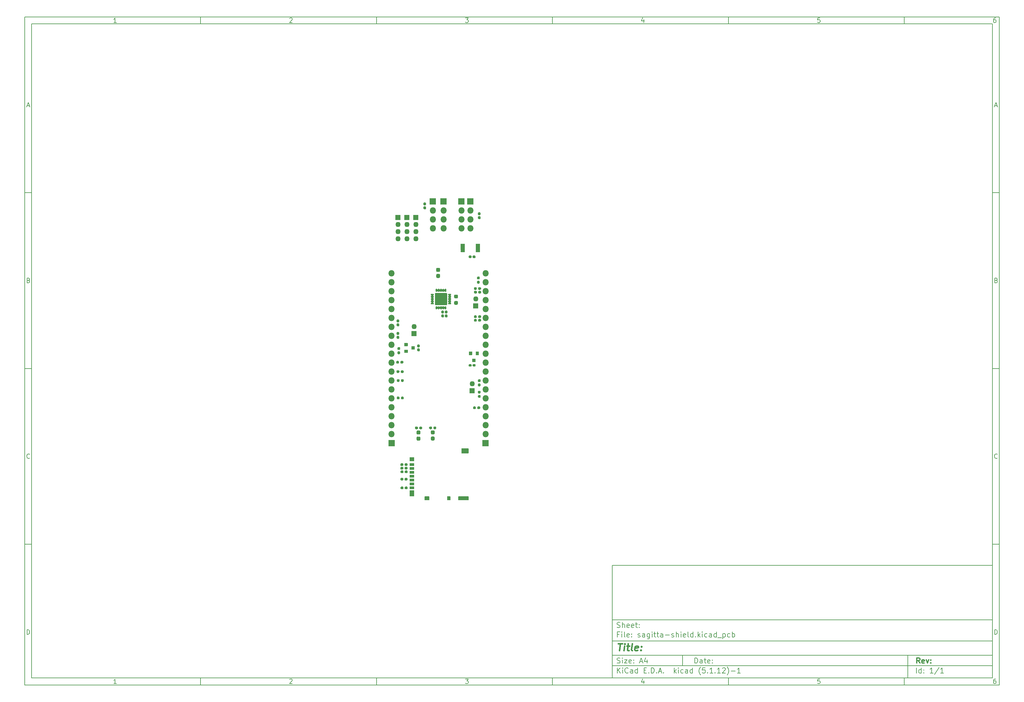
<source format=gbr>
G04 #@! TF.GenerationSoftware,KiCad,Pcbnew,(5.1.12)-1*
G04 #@! TF.CreationDate,2021-12-15T05:31:51+03:00*
G04 #@! TF.ProjectId,sagitta-shield,73616769-7474-4612-9d73-6869656c642e,rev?*
G04 #@! TF.SameCoordinates,Original*
G04 #@! TF.FileFunction,Soldermask,Top*
G04 #@! TF.FilePolarity,Negative*
%FSLAX46Y46*%
G04 Gerber Fmt 4.6, Leading zero omitted, Abs format (unit mm)*
G04 Created by KiCad (PCBNEW (5.1.12)-1) date 2021-12-15 05:31:51*
%MOMM*%
%LPD*%
G01*
G04 APERTURE LIST*
%ADD10C,0.100000*%
%ADD11C,0.150000*%
%ADD12C,0.300000*%
%ADD13C,0.400000*%
%ADD14O,1.452000X1.452000*%
%ADD15O,1.802000X1.802000*%
G04 APERTURE END LIST*
D10*
D11*
X177002200Y-166007200D02*
X177002200Y-198007200D01*
X285002200Y-198007200D01*
X285002200Y-166007200D01*
X177002200Y-166007200D01*
D10*
D11*
X10000000Y-10000000D02*
X10000000Y-200007200D01*
X287002200Y-200007200D01*
X287002200Y-10000000D01*
X10000000Y-10000000D01*
D10*
D11*
X12000000Y-12000000D02*
X12000000Y-198007200D01*
X285002200Y-198007200D01*
X285002200Y-12000000D01*
X12000000Y-12000000D01*
D10*
D11*
X60000000Y-12000000D02*
X60000000Y-10000000D01*
D10*
D11*
X110000000Y-12000000D02*
X110000000Y-10000000D01*
D10*
D11*
X160000000Y-12000000D02*
X160000000Y-10000000D01*
D10*
D11*
X210000000Y-12000000D02*
X210000000Y-10000000D01*
D10*
D11*
X260000000Y-12000000D02*
X260000000Y-10000000D01*
D10*
D11*
X36065476Y-11588095D02*
X35322619Y-11588095D01*
X35694047Y-11588095D02*
X35694047Y-10288095D01*
X35570238Y-10473809D01*
X35446428Y-10597619D01*
X35322619Y-10659523D01*
D10*
D11*
X85322619Y-10411904D02*
X85384523Y-10350000D01*
X85508333Y-10288095D01*
X85817857Y-10288095D01*
X85941666Y-10350000D01*
X86003571Y-10411904D01*
X86065476Y-10535714D01*
X86065476Y-10659523D01*
X86003571Y-10845238D01*
X85260714Y-11588095D01*
X86065476Y-11588095D01*
D10*
D11*
X135260714Y-10288095D02*
X136065476Y-10288095D01*
X135632142Y-10783333D01*
X135817857Y-10783333D01*
X135941666Y-10845238D01*
X136003571Y-10907142D01*
X136065476Y-11030952D01*
X136065476Y-11340476D01*
X136003571Y-11464285D01*
X135941666Y-11526190D01*
X135817857Y-11588095D01*
X135446428Y-11588095D01*
X135322619Y-11526190D01*
X135260714Y-11464285D01*
D10*
D11*
X185941666Y-10721428D02*
X185941666Y-11588095D01*
X185632142Y-10226190D02*
X185322619Y-11154761D01*
X186127380Y-11154761D01*
D10*
D11*
X236003571Y-10288095D02*
X235384523Y-10288095D01*
X235322619Y-10907142D01*
X235384523Y-10845238D01*
X235508333Y-10783333D01*
X235817857Y-10783333D01*
X235941666Y-10845238D01*
X236003571Y-10907142D01*
X236065476Y-11030952D01*
X236065476Y-11340476D01*
X236003571Y-11464285D01*
X235941666Y-11526190D01*
X235817857Y-11588095D01*
X235508333Y-11588095D01*
X235384523Y-11526190D01*
X235322619Y-11464285D01*
D10*
D11*
X285941666Y-10288095D02*
X285694047Y-10288095D01*
X285570238Y-10350000D01*
X285508333Y-10411904D01*
X285384523Y-10597619D01*
X285322619Y-10845238D01*
X285322619Y-11340476D01*
X285384523Y-11464285D01*
X285446428Y-11526190D01*
X285570238Y-11588095D01*
X285817857Y-11588095D01*
X285941666Y-11526190D01*
X286003571Y-11464285D01*
X286065476Y-11340476D01*
X286065476Y-11030952D01*
X286003571Y-10907142D01*
X285941666Y-10845238D01*
X285817857Y-10783333D01*
X285570238Y-10783333D01*
X285446428Y-10845238D01*
X285384523Y-10907142D01*
X285322619Y-11030952D01*
D10*
D11*
X60000000Y-198007200D02*
X60000000Y-200007200D01*
D10*
D11*
X110000000Y-198007200D02*
X110000000Y-200007200D01*
D10*
D11*
X160000000Y-198007200D02*
X160000000Y-200007200D01*
D10*
D11*
X210000000Y-198007200D02*
X210000000Y-200007200D01*
D10*
D11*
X260000000Y-198007200D02*
X260000000Y-200007200D01*
D10*
D11*
X36065476Y-199595295D02*
X35322619Y-199595295D01*
X35694047Y-199595295D02*
X35694047Y-198295295D01*
X35570238Y-198481009D01*
X35446428Y-198604819D01*
X35322619Y-198666723D01*
D10*
D11*
X85322619Y-198419104D02*
X85384523Y-198357200D01*
X85508333Y-198295295D01*
X85817857Y-198295295D01*
X85941666Y-198357200D01*
X86003571Y-198419104D01*
X86065476Y-198542914D01*
X86065476Y-198666723D01*
X86003571Y-198852438D01*
X85260714Y-199595295D01*
X86065476Y-199595295D01*
D10*
D11*
X135260714Y-198295295D02*
X136065476Y-198295295D01*
X135632142Y-198790533D01*
X135817857Y-198790533D01*
X135941666Y-198852438D01*
X136003571Y-198914342D01*
X136065476Y-199038152D01*
X136065476Y-199347676D01*
X136003571Y-199471485D01*
X135941666Y-199533390D01*
X135817857Y-199595295D01*
X135446428Y-199595295D01*
X135322619Y-199533390D01*
X135260714Y-199471485D01*
D10*
D11*
X185941666Y-198728628D02*
X185941666Y-199595295D01*
X185632142Y-198233390D02*
X185322619Y-199161961D01*
X186127380Y-199161961D01*
D10*
D11*
X236003571Y-198295295D02*
X235384523Y-198295295D01*
X235322619Y-198914342D01*
X235384523Y-198852438D01*
X235508333Y-198790533D01*
X235817857Y-198790533D01*
X235941666Y-198852438D01*
X236003571Y-198914342D01*
X236065476Y-199038152D01*
X236065476Y-199347676D01*
X236003571Y-199471485D01*
X235941666Y-199533390D01*
X235817857Y-199595295D01*
X235508333Y-199595295D01*
X235384523Y-199533390D01*
X235322619Y-199471485D01*
D10*
D11*
X285941666Y-198295295D02*
X285694047Y-198295295D01*
X285570238Y-198357200D01*
X285508333Y-198419104D01*
X285384523Y-198604819D01*
X285322619Y-198852438D01*
X285322619Y-199347676D01*
X285384523Y-199471485D01*
X285446428Y-199533390D01*
X285570238Y-199595295D01*
X285817857Y-199595295D01*
X285941666Y-199533390D01*
X286003571Y-199471485D01*
X286065476Y-199347676D01*
X286065476Y-199038152D01*
X286003571Y-198914342D01*
X285941666Y-198852438D01*
X285817857Y-198790533D01*
X285570238Y-198790533D01*
X285446428Y-198852438D01*
X285384523Y-198914342D01*
X285322619Y-199038152D01*
D10*
D11*
X10000000Y-60000000D02*
X12000000Y-60000000D01*
D10*
D11*
X10000000Y-110000000D02*
X12000000Y-110000000D01*
D10*
D11*
X10000000Y-160000000D02*
X12000000Y-160000000D01*
D10*
D11*
X10690476Y-35216666D02*
X11309523Y-35216666D01*
X10566666Y-35588095D02*
X11000000Y-34288095D01*
X11433333Y-35588095D01*
D10*
D11*
X11092857Y-84907142D02*
X11278571Y-84969047D01*
X11340476Y-85030952D01*
X11402380Y-85154761D01*
X11402380Y-85340476D01*
X11340476Y-85464285D01*
X11278571Y-85526190D01*
X11154761Y-85588095D01*
X10659523Y-85588095D01*
X10659523Y-84288095D01*
X11092857Y-84288095D01*
X11216666Y-84350000D01*
X11278571Y-84411904D01*
X11340476Y-84535714D01*
X11340476Y-84659523D01*
X11278571Y-84783333D01*
X11216666Y-84845238D01*
X11092857Y-84907142D01*
X10659523Y-84907142D01*
D10*
D11*
X11402380Y-135464285D02*
X11340476Y-135526190D01*
X11154761Y-135588095D01*
X11030952Y-135588095D01*
X10845238Y-135526190D01*
X10721428Y-135402380D01*
X10659523Y-135278571D01*
X10597619Y-135030952D01*
X10597619Y-134845238D01*
X10659523Y-134597619D01*
X10721428Y-134473809D01*
X10845238Y-134350000D01*
X11030952Y-134288095D01*
X11154761Y-134288095D01*
X11340476Y-134350000D01*
X11402380Y-134411904D01*
D10*
D11*
X10659523Y-185588095D02*
X10659523Y-184288095D01*
X10969047Y-184288095D01*
X11154761Y-184350000D01*
X11278571Y-184473809D01*
X11340476Y-184597619D01*
X11402380Y-184845238D01*
X11402380Y-185030952D01*
X11340476Y-185278571D01*
X11278571Y-185402380D01*
X11154761Y-185526190D01*
X10969047Y-185588095D01*
X10659523Y-185588095D01*
D10*
D11*
X287002200Y-60000000D02*
X285002200Y-60000000D01*
D10*
D11*
X287002200Y-110000000D02*
X285002200Y-110000000D01*
D10*
D11*
X287002200Y-160000000D02*
X285002200Y-160000000D01*
D10*
D11*
X285692676Y-35216666D02*
X286311723Y-35216666D01*
X285568866Y-35588095D02*
X286002200Y-34288095D01*
X286435533Y-35588095D01*
D10*
D11*
X286095057Y-84907142D02*
X286280771Y-84969047D01*
X286342676Y-85030952D01*
X286404580Y-85154761D01*
X286404580Y-85340476D01*
X286342676Y-85464285D01*
X286280771Y-85526190D01*
X286156961Y-85588095D01*
X285661723Y-85588095D01*
X285661723Y-84288095D01*
X286095057Y-84288095D01*
X286218866Y-84350000D01*
X286280771Y-84411904D01*
X286342676Y-84535714D01*
X286342676Y-84659523D01*
X286280771Y-84783333D01*
X286218866Y-84845238D01*
X286095057Y-84907142D01*
X285661723Y-84907142D01*
D10*
D11*
X286404580Y-135464285D02*
X286342676Y-135526190D01*
X286156961Y-135588095D01*
X286033152Y-135588095D01*
X285847438Y-135526190D01*
X285723628Y-135402380D01*
X285661723Y-135278571D01*
X285599819Y-135030952D01*
X285599819Y-134845238D01*
X285661723Y-134597619D01*
X285723628Y-134473809D01*
X285847438Y-134350000D01*
X286033152Y-134288095D01*
X286156961Y-134288095D01*
X286342676Y-134350000D01*
X286404580Y-134411904D01*
D10*
D11*
X285661723Y-185588095D02*
X285661723Y-184288095D01*
X285971247Y-184288095D01*
X286156961Y-184350000D01*
X286280771Y-184473809D01*
X286342676Y-184597619D01*
X286404580Y-184845238D01*
X286404580Y-185030952D01*
X286342676Y-185278571D01*
X286280771Y-185402380D01*
X286156961Y-185526190D01*
X285971247Y-185588095D01*
X285661723Y-185588095D01*
D10*
D11*
X200434342Y-193785771D02*
X200434342Y-192285771D01*
X200791485Y-192285771D01*
X201005771Y-192357200D01*
X201148628Y-192500057D01*
X201220057Y-192642914D01*
X201291485Y-192928628D01*
X201291485Y-193142914D01*
X201220057Y-193428628D01*
X201148628Y-193571485D01*
X201005771Y-193714342D01*
X200791485Y-193785771D01*
X200434342Y-193785771D01*
X202577200Y-193785771D02*
X202577200Y-193000057D01*
X202505771Y-192857200D01*
X202362914Y-192785771D01*
X202077200Y-192785771D01*
X201934342Y-192857200D01*
X202577200Y-193714342D02*
X202434342Y-193785771D01*
X202077200Y-193785771D01*
X201934342Y-193714342D01*
X201862914Y-193571485D01*
X201862914Y-193428628D01*
X201934342Y-193285771D01*
X202077200Y-193214342D01*
X202434342Y-193214342D01*
X202577200Y-193142914D01*
X203077200Y-192785771D02*
X203648628Y-192785771D01*
X203291485Y-192285771D02*
X203291485Y-193571485D01*
X203362914Y-193714342D01*
X203505771Y-193785771D01*
X203648628Y-193785771D01*
X204720057Y-193714342D02*
X204577200Y-193785771D01*
X204291485Y-193785771D01*
X204148628Y-193714342D01*
X204077200Y-193571485D01*
X204077200Y-193000057D01*
X204148628Y-192857200D01*
X204291485Y-192785771D01*
X204577200Y-192785771D01*
X204720057Y-192857200D01*
X204791485Y-193000057D01*
X204791485Y-193142914D01*
X204077200Y-193285771D01*
X205434342Y-193642914D02*
X205505771Y-193714342D01*
X205434342Y-193785771D01*
X205362914Y-193714342D01*
X205434342Y-193642914D01*
X205434342Y-193785771D01*
X205434342Y-192857200D02*
X205505771Y-192928628D01*
X205434342Y-193000057D01*
X205362914Y-192928628D01*
X205434342Y-192857200D01*
X205434342Y-193000057D01*
D10*
D11*
X177002200Y-194507200D02*
X285002200Y-194507200D01*
D10*
D11*
X178434342Y-196585771D02*
X178434342Y-195085771D01*
X179291485Y-196585771D02*
X178648628Y-195728628D01*
X179291485Y-195085771D02*
X178434342Y-195942914D01*
X179934342Y-196585771D02*
X179934342Y-195585771D01*
X179934342Y-195085771D02*
X179862914Y-195157200D01*
X179934342Y-195228628D01*
X180005771Y-195157200D01*
X179934342Y-195085771D01*
X179934342Y-195228628D01*
X181505771Y-196442914D02*
X181434342Y-196514342D01*
X181220057Y-196585771D01*
X181077200Y-196585771D01*
X180862914Y-196514342D01*
X180720057Y-196371485D01*
X180648628Y-196228628D01*
X180577200Y-195942914D01*
X180577200Y-195728628D01*
X180648628Y-195442914D01*
X180720057Y-195300057D01*
X180862914Y-195157200D01*
X181077200Y-195085771D01*
X181220057Y-195085771D01*
X181434342Y-195157200D01*
X181505771Y-195228628D01*
X182791485Y-196585771D02*
X182791485Y-195800057D01*
X182720057Y-195657200D01*
X182577200Y-195585771D01*
X182291485Y-195585771D01*
X182148628Y-195657200D01*
X182791485Y-196514342D02*
X182648628Y-196585771D01*
X182291485Y-196585771D01*
X182148628Y-196514342D01*
X182077200Y-196371485D01*
X182077200Y-196228628D01*
X182148628Y-196085771D01*
X182291485Y-196014342D01*
X182648628Y-196014342D01*
X182791485Y-195942914D01*
X184148628Y-196585771D02*
X184148628Y-195085771D01*
X184148628Y-196514342D02*
X184005771Y-196585771D01*
X183720057Y-196585771D01*
X183577200Y-196514342D01*
X183505771Y-196442914D01*
X183434342Y-196300057D01*
X183434342Y-195871485D01*
X183505771Y-195728628D01*
X183577200Y-195657200D01*
X183720057Y-195585771D01*
X184005771Y-195585771D01*
X184148628Y-195657200D01*
X186005771Y-195800057D02*
X186505771Y-195800057D01*
X186720057Y-196585771D02*
X186005771Y-196585771D01*
X186005771Y-195085771D01*
X186720057Y-195085771D01*
X187362914Y-196442914D02*
X187434342Y-196514342D01*
X187362914Y-196585771D01*
X187291485Y-196514342D01*
X187362914Y-196442914D01*
X187362914Y-196585771D01*
X188077200Y-196585771D02*
X188077200Y-195085771D01*
X188434342Y-195085771D01*
X188648628Y-195157200D01*
X188791485Y-195300057D01*
X188862914Y-195442914D01*
X188934342Y-195728628D01*
X188934342Y-195942914D01*
X188862914Y-196228628D01*
X188791485Y-196371485D01*
X188648628Y-196514342D01*
X188434342Y-196585771D01*
X188077200Y-196585771D01*
X189577200Y-196442914D02*
X189648628Y-196514342D01*
X189577200Y-196585771D01*
X189505771Y-196514342D01*
X189577200Y-196442914D01*
X189577200Y-196585771D01*
X190220057Y-196157200D02*
X190934342Y-196157200D01*
X190077200Y-196585771D02*
X190577200Y-195085771D01*
X191077200Y-196585771D01*
X191577200Y-196442914D02*
X191648628Y-196514342D01*
X191577200Y-196585771D01*
X191505771Y-196514342D01*
X191577200Y-196442914D01*
X191577200Y-196585771D01*
X194577200Y-196585771D02*
X194577200Y-195085771D01*
X194720057Y-196014342D02*
X195148628Y-196585771D01*
X195148628Y-195585771D02*
X194577200Y-196157200D01*
X195791485Y-196585771D02*
X195791485Y-195585771D01*
X195791485Y-195085771D02*
X195720057Y-195157200D01*
X195791485Y-195228628D01*
X195862914Y-195157200D01*
X195791485Y-195085771D01*
X195791485Y-195228628D01*
X197148628Y-196514342D02*
X197005771Y-196585771D01*
X196720057Y-196585771D01*
X196577200Y-196514342D01*
X196505771Y-196442914D01*
X196434342Y-196300057D01*
X196434342Y-195871485D01*
X196505771Y-195728628D01*
X196577200Y-195657200D01*
X196720057Y-195585771D01*
X197005771Y-195585771D01*
X197148628Y-195657200D01*
X198434342Y-196585771D02*
X198434342Y-195800057D01*
X198362914Y-195657200D01*
X198220057Y-195585771D01*
X197934342Y-195585771D01*
X197791485Y-195657200D01*
X198434342Y-196514342D02*
X198291485Y-196585771D01*
X197934342Y-196585771D01*
X197791485Y-196514342D01*
X197720057Y-196371485D01*
X197720057Y-196228628D01*
X197791485Y-196085771D01*
X197934342Y-196014342D01*
X198291485Y-196014342D01*
X198434342Y-195942914D01*
X199791485Y-196585771D02*
X199791485Y-195085771D01*
X199791485Y-196514342D02*
X199648628Y-196585771D01*
X199362914Y-196585771D01*
X199220057Y-196514342D01*
X199148628Y-196442914D01*
X199077200Y-196300057D01*
X199077200Y-195871485D01*
X199148628Y-195728628D01*
X199220057Y-195657200D01*
X199362914Y-195585771D01*
X199648628Y-195585771D01*
X199791485Y-195657200D01*
X202077200Y-197157200D02*
X202005771Y-197085771D01*
X201862914Y-196871485D01*
X201791485Y-196728628D01*
X201720057Y-196514342D01*
X201648628Y-196157200D01*
X201648628Y-195871485D01*
X201720057Y-195514342D01*
X201791485Y-195300057D01*
X201862914Y-195157200D01*
X202005771Y-194942914D01*
X202077200Y-194871485D01*
X203362914Y-195085771D02*
X202648628Y-195085771D01*
X202577200Y-195800057D01*
X202648628Y-195728628D01*
X202791485Y-195657200D01*
X203148628Y-195657200D01*
X203291485Y-195728628D01*
X203362914Y-195800057D01*
X203434342Y-195942914D01*
X203434342Y-196300057D01*
X203362914Y-196442914D01*
X203291485Y-196514342D01*
X203148628Y-196585771D01*
X202791485Y-196585771D01*
X202648628Y-196514342D01*
X202577200Y-196442914D01*
X204077200Y-196442914D02*
X204148628Y-196514342D01*
X204077200Y-196585771D01*
X204005771Y-196514342D01*
X204077200Y-196442914D01*
X204077200Y-196585771D01*
X205577200Y-196585771D02*
X204720057Y-196585771D01*
X205148628Y-196585771D02*
X205148628Y-195085771D01*
X205005771Y-195300057D01*
X204862914Y-195442914D01*
X204720057Y-195514342D01*
X206220057Y-196442914D02*
X206291485Y-196514342D01*
X206220057Y-196585771D01*
X206148628Y-196514342D01*
X206220057Y-196442914D01*
X206220057Y-196585771D01*
X207720057Y-196585771D02*
X206862914Y-196585771D01*
X207291485Y-196585771D02*
X207291485Y-195085771D01*
X207148628Y-195300057D01*
X207005771Y-195442914D01*
X206862914Y-195514342D01*
X208291485Y-195228628D02*
X208362914Y-195157200D01*
X208505771Y-195085771D01*
X208862914Y-195085771D01*
X209005771Y-195157200D01*
X209077200Y-195228628D01*
X209148628Y-195371485D01*
X209148628Y-195514342D01*
X209077200Y-195728628D01*
X208220057Y-196585771D01*
X209148628Y-196585771D01*
X209648628Y-197157200D02*
X209720057Y-197085771D01*
X209862914Y-196871485D01*
X209934342Y-196728628D01*
X210005771Y-196514342D01*
X210077200Y-196157200D01*
X210077200Y-195871485D01*
X210005771Y-195514342D01*
X209934342Y-195300057D01*
X209862914Y-195157200D01*
X209720057Y-194942914D01*
X209648628Y-194871485D01*
X210791485Y-196014342D02*
X211934342Y-196014342D01*
X213434342Y-196585771D02*
X212577200Y-196585771D01*
X213005771Y-196585771D02*
X213005771Y-195085771D01*
X212862914Y-195300057D01*
X212720057Y-195442914D01*
X212577200Y-195514342D01*
D10*
D11*
X177002200Y-191507200D02*
X285002200Y-191507200D01*
D10*
D12*
X264411485Y-193785771D02*
X263911485Y-193071485D01*
X263554342Y-193785771D02*
X263554342Y-192285771D01*
X264125771Y-192285771D01*
X264268628Y-192357200D01*
X264340057Y-192428628D01*
X264411485Y-192571485D01*
X264411485Y-192785771D01*
X264340057Y-192928628D01*
X264268628Y-193000057D01*
X264125771Y-193071485D01*
X263554342Y-193071485D01*
X265625771Y-193714342D02*
X265482914Y-193785771D01*
X265197200Y-193785771D01*
X265054342Y-193714342D01*
X264982914Y-193571485D01*
X264982914Y-193000057D01*
X265054342Y-192857200D01*
X265197200Y-192785771D01*
X265482914Y-192785771D01*
X265625771Y-192857200D01*
X265697200Y-193000057D01*
X265697200Y-193142914D01*
X264982914Y-193285771D01*
X266197200Y-192785771D02*
X266554342Y-193785771D01*
X266911485Y-192785771D01*
X267482914Y-193642914D02*
X267554342Y-193714342D01*
X267482914Y-193785771D01*
X267411485Y-193714342D01*
X267482914Y-193642914D01*
X267482914Y-193785771D01*
X267482914Y-192857200D02*
X267554342Y-192928628D01*
X267482914Y-193000057D01*
X267411485Y-192928628D01*
X267482914Y-192857200D01*
X267482914Y-193000057D01*
D10*
D11*
X178362914Y-193714342D02*
X178577200Y-193785771D01*
X178934342Y-193785771D01*
X179077200Y-193714342D01*
X179148628Y-193642914D01*
X179220057Y-193500057D01*
X179220057Y-193357200D01*
X179148628Y-193214342D01*
X179077200Y-193142914D01*
X178934342Y-193071485D01*
X178648628Y-193000057D01*
X178505771Y-192928628D01*
X178434342Y-192857200D01*
X178362914Y-192714342D01*
X178362914Y-192571485D01*
X178434342Y-192428628D01*
X178505771Y-192357200D01*
X178648628Y-192285771D01*
X179005771Y-192285771D01*
X179220057Y-192357200D01*
X179862914Y-193785771D02*
X179862914Y-192785771D01*
X179862914Y-192285771D02*
X179791485Y-192357200D01*
X179862914Y-192428628D01*
X179934342Y-192357200D01*
X179862914Y-192285771D01*
X179862914Y-192428628D01*
X180434342Y-192785771D02*
X181220057Y-192785771D01*
X180434342Y-193785771D01*
X181220057Y-193785771D01*
X182362914Y-193714342D02*
X182220057Y-193785771D01*
X181934342Y-193785771D01*
X181791485Y-193714342D01*
X181720057Y-193571485D01*
X181720057Y-193000057D01*
X181791485Y-192857200D01*
X181934342Y-192785771D01*
X182220057Y-192785771D01*
X182362914Y-192857200D01*
X182434342Y-193000057D01*
X182434342Y-193142914D01*
X181720057Y-193285771D01*
X183077200Y-193642914D02*
X183148628Y-193714342D01*
X183077200Y-193785771D01*
X183005771Y-193714342D01*
X183077200Y-193642914D01*
X183077200Y-193785771D01*
X183077200Y-192857200D02*
X183148628Y-192928628D01*
X183077200Y-193000057D01*
X183005771Y-192928628D01*
X183077200Y-192857200D01*
X183077200Y-193000057D01*
X184862914Y-193357200D02*
X185577200Y-193357200D01*
X184720057Y-193785771D02*
X185220057Y-192285771D01*
X185720057Y-193785771D01*
X186862914Y-192785771D02*
X186862914Y-193785771D01*
X186505771Y-192214342D02*
X186148628Y-193285771D01*
X187077200Y-193285771D01*
D10*
D11*
X263434342Y-196585771D02*
X263434342Y-195085771D01*
X264791485Y-196585771D02*
X264791485Y-195085771D01*
X264791485Y-196514342D02*
X264648628Y-196585771D01*
X264362914Y-196585771D01*
X264220057Y-196514342D01*
X264148628Y-196442914D01*
X264077200Y-196300057D01*
X264077200Y-195871485D01*
X264148628Y-195728628D01*
X264220057Y-195657200D01*
X264362914Y-195585771D01*
X264648628Y-195585771D01*
X264791485Y-195657200D01*
X265505771Y-196442914D02*
X265577200Y-196514342D01*
X265505771Y-196585771D01*
X265434342Y-196514342D01*
X265505771Y-196442914D01*
X265505771Y-196585771D01*
X265505771Y-195657200D02*
X265577200Y-195728628D01*
X265505771Y-195800057D01*
X265434342Y-195728628D01*
X265505771Y-195657200D01*
X265505771Y-195800057D01*
X268148628Y-196585771D02*
X267291485Y-196585771D01*
X267720057Y-196585771D02*
X267720057Y-195085771D01*
X267577200Y-195300057D01*
X267434342Y-195442914D01*
X267291485Y-195514342D01*
X269862914Y-195014342D02*
X268577200Y-196942914D01*
X271148628Y-196585771D02*
X270291485Y-196585771D01*
X270720057Y-196585771D02*
X270720057Y-195085771D01*
X270577200Y-195300057D01*
X270434342Y-195442914D01*
X270291485Y-195514342D01*
D10*
D11*
X177002200Y-187507200D02*
X285002200Y-187507200D01*
D10*
D13*
X178714580Y-188211961D02*
X179857438Y-188211961D01*
X179036009Y-190211961D02*
X179286009Y-188211961D01*
X180274104Y-190211961D02*
X180440771Y-188878628D01*
X180524104Y-188211961D02*
X180416961Y-188307200D01*
X180500295Y-188402438D01*
X180607438Y-188307200D01*
X180524104Y-188211961D01*
X180500295Y-188402438D01*
X181107438Y-188878628D02*
X181869342Y-188878628D01*
X181476485Y-188211961D02*
X181262200Y-189926247D01*
X181333628Y-190116723D01*
X181512200Y-190211961D01*
X181702676Y-190211961D01*
X182655057Y-190211961D02*
X182476485Y-190116723D01*
X182405057Y-189926247D01*
X182619342Y-188211961D01*
X184190771Y-190116723D02*
X183988390Y-190211961D01*
X183607438Y-190211961D01*
X183428866Y-190116723D01*
X183357438Y-189926247D01*
X183452676Y-189164342D01*
X183571723Y-188973866D01*
X183774104Y-188878628D01*
X184155057Y-188878628D01*
X184333628Y-188973866D01*
X184405057Y-189164342D01*
X184381247Y-189354819D01*
X183405057Y-189545295D01*
X185155057Y-190021485D02*
X185238390Y-190116723D01*
X185131247Y-190211961D01*
X185047914Y-190116723D01*
X185155057Y-190021485D01*
X185131247Y-190211961D01*
X185286009Y-188973866D02*
X185369342Y-189069104D01*
X185262200Y-189164342D01*
X185178866Y-189069104D01*
X185286009Y-188973866D01*
X185262200Y-189164342D01*
D10*
D11*
X178934342Y-185600057D02*
X178434342Y-185600057D01*
X178434342Y-186385771D02*
X178434342Y-184885771D01*
X179148628Y-184885771D01*
X179720057Y-186385771D02*
X179720057Y-185385771D01*
X179720057Y-184885771D02*
X179648628Y-184957200D01*
X179720057Y-185028628D01*
X179791485Y-184957200D01*
X179720057Y-184885771D01*
X179720057Y-185028628D01*
X180648628Y-186385771D02*
X180505771Y-186314342D01*
X180434342Y-186171485D01*
X180434342Y-184885771D01*
X181791485Y-186314342D02*
X181648628Y-186385771D01*
X181362914Y-186385771D01*
X181220057Y-186314342D01*
X181148628Y-186171485D01*
X181148628Y-185600057D01*
X181220057Y-185457200D01*
X181362914Y-185385771D01*
X181648628Y-185385771D01*
X181791485Y-185457200D01*
X181862914Y-185600057D01*
X181862914Y-185742914D01*
X181148628Y-185885771D01*
X182505771Y-186242914D02*
X182577200Y-186314342D01*
X182505771Y-186385771D01*
X182434342Y-186314342D01*
X182505771Y-186242914D01*
X182505771Y-186385771D01*
X182505771Y-185457200D02*
X182577200Y-185528628D01*
X182505771Y-185600057D01*
X182434342Y-185528628D01*
X182505771Y-185457200D01*
X182505771Y-185600057D01*
X184291485Y-186314342D02*
X184434342Y-186385771D01*
X184720057Y-186385771D01*
X184862914Y-186314342D01*
X184934342Y-186171485D01*
X184934342Y-186100057D01*
X184862914Y-185957200D01*
X184720057Y-185885771D01*
X184505771Y-185885771D01*
X184362914Y-185814342D01*
X184291485Y-185671485D01*
X184291485Y-185600057D01*
X184362914Y-185457200D01*
X184505771Y-185385771D01*
X184720057Y-185385771D01*
X184862914Y-185457200D01*
X186220057Y-186385771D02*
X186220057Y-185600057D01*
X186148628Y-185457200D01*
X186005771Y-185385771D01*
X185720057Y-185385771D01*
X185577200Y-185457200D01*
X186220057Y-186314342D02*
X186077200Y-186385771D01*
X185720057Y-186385771D01*
X185577200Y-186314342D01*
X185505771Y-186171485D01*
X185505771Y-186028628D01*
X185577200Y-185885771D01*
X185720057Y-185814342D01*
X186077200Y-185814342D01*
X186220057Y-185742914D01*
X187577200Y-185385771D02*
X187577200Y-186600057D01*
X187505771Y-186742914D01*
X187434342Y-186814342D01*
X187291485Y-186885771D01*
X187077200Y-186885771D01*
X186934342Y-186814342D01*
X187577200Y-186314342D02*
X187434342Y-186385771D01*
X187148628Y-186385771D01*
X187005771Y-186314342D01*
X186934342Y-186242914D01*
X186862914Y-186100057D01*
X186862914Y-185671485D01*
X186934342Y-185528628D01*
X187005771Y-185457200D01*
X187148628Y-185385771D01*
X187434342Y-185385771D01*
X187577200Y-185457200D01*
X188291485Y-186385771D02*
X188291485Y-185385771D01*
X188291485Y-184885771D02*
X188220057Y-184957200D01*
X188291485Y-185028628D01*
X188362914Y-184957200D01*
X188291485Y-184885771D01*
X188291485Y-185028628D01*
X188791485Y-185385771D02*
X189362914Y-185385771D01*
X189005771Y-184885771D02*
X189005771Y-186171485D01*
X189077200Y-186314342D01*
X189220057Y-186385771D01*
X189362914Y-186385771D01*
X189648628Y-185385771D02*
X190220057Y-185385771D01*
X189862914Y-184885771D02*
X189862914Y-186171485D01*
X189934342Y-186314342D01*
X190077200Y-186385771D01*
X190220057Y-186385771D01*
X191362914Y-186385771D02*
X191362914Y-185600057D01*
X191291485Y-185457200D01*
X191148628Y-185385771D01*
X190862914Y-185385771D01*
X190720057Y-185457200D01*
X191362914Y-186314342D02*
X191220057Y-186385771D01*
X190862914Y-186385771D01*
X190720057Y-186314342D01*
X190648628Y-186171485D01*
X190648628Y-186028628D01*
X190720057Y-185885771D01*
X190862914Y-185814342D01*
X191220057Y-185814342D01*
X191362914Y-185742914D01*
X192077200Y-185814342D02*
X193220057Y-185814342D01*
X193862914Y-186314342D02*
X194005771Y-186385771D01*
X194291485Y-186385771D01*
X194434342Y-186314342D01*
X194505771Y-186171485D01*
X194505771Y-186100057D01*
X194434342Y-185957200D01*
X194291485Y-185885771D01*
X194077200Y-185885771D01*
X193934342Y-185814342D01*
X193862914Y-185671485D01*
X193862914Y-185600057D01*
X193934342Y-185457200D01*
X194077200Y-185385771D01*
X194291485Y-185385771D01*
X194434342Y-185457200D01*
X195148628Y-186385771D02*
X195148628Y-184885771D01*
X195791485Y-186385771D02*
X195791485Y-185600057D01*
X195720057Y-185457200D01*
X195577200Y-185385771D01*
X195362914Y-185385771D01*
X195220057Y-185457200D01*
X195148628Y-185528628D01*
X196505771Y-186385771D02*
X196505771Y-185385771D01*
X196505771Y-184885771D02*
X196434342Y-184957200D01*
X196505771Y-185028628D01*
X196577200Y-184957200D01*
X196505771Y-184885771D01*
X196505771Y-185028628D01*
X197791485Y-186314342D02*
X197648628Y-186385771D01*
X197362914Y-186385771D01*
X197220057Y-186314342D01*
X197148628Y-186171485D01*
X197148628Y-185600057D01*
X197220057Y-185457200D01*
X197362914Y-185385771D01*
X197648628Y-185385771D01*
X197791485Y-185457200D01*
X197862914Y-185600057D01*
X197862914Y-185742914D01*
X197148628Y-185885771D01*
X198720057Y-186385771D02*
X198577200Y-186314342D01*
X198505771Y-186171485D01*
X198505771Y-184885771D01*
X199934342Y-186385771D02*
X199934342Y-184885771D01*
X199934342Y-186314342D02*
X199791485Y-186385771D01*
X199505771Y-186385771D01*
X199362914Y-186314342D01*
X199291485Y-186242914D01*
X199220057Y-186100057D01*
X199220057Y-185671485D01*
X199291485Y-185528628D01*
X199362914Y-185457200D01*
X199505771Y-185385771D01*
X199791485Y-185385771D01*
X199934342Y-185457200D01*
X200648628Y-186242914D02*
X200720057Y-186314342D01*
X200648628Y-186385771D01*
X200577200Y-186314342D01*
X200648628Y-186242914D01*
X200648628Y-186385771D01*
X201362914Y-186385771D02*
X201362914Y-184885771D01*
X201505771Y-185814342D02*
X201934342Y-186385771D01*
X201934342Y-185385771D02*
X201362914Y-185957200D01*
X202577200Y-186385771D02*
X202577200Y-185385771D01*
X202577200Y-184885771D02*
X202505771Y-184957200D01*
X202577200Y-185028628D01*
X202648628Y-184957200D01*
X202577200Y-184885771D01*
X202577200Y-185028628D01*
X203934342Y-186314342D02*
X203791485Y-186385771D01*
X203505771Y-186385771D01*
X203362914Y-186314342D01*
X203291485Y-186242914D01*
X203220057Y-186100057D01*
X203220057Y-185671485D01*
X203291485Y-185528628D01*
X203362914Y-185457200D01*
X203505771Y-185385771D01*
X203791485Y-185385771D01*
X203934342Y-185457200D01*
X205220057Y-186385771D02*
X205220057Y-185600057D01*
X205148628Y-185457200D01*
X205005771Y-185385771D01*
X204720057Y-185385771D01*
X204577200Y-185457200D01*
X205220057Y-186314342D02*
X205077200Y-186385771D01*
X204720057Y-186385771D01*
X204577200Y-186314342D01*
X204505771Y-186171485D01*
X204505771Y-186028628D01*
X204577200Y-185885771D01*
X204720057Y-185814342D01*
X205077200Y-185814342D01*
X205220057Y-185742914D01*
X206577200Y-186385771D02*
X206577200Y-184885771D01*
X206577200Y-186314342D02*
X206434342Y-186385771D01*
X206148628Y-186385771D01*
X206005771Y-186314342D01*
X205934342Y-186242914D01*
X205862914Y-186100057D01*
X205862914Y-185671485D01*
X205934342Y-185528628D01*
X206005771Y-185457200D01*
X206148628Y-185385771D01*
X206434342Y-185385771D01*
X206577200Y-185457200D01*
X206934342Y-186528628D02*
X208077200Y-186528628D01*
X208434342Y-185385771D02*
X208434342Y-186885771D01*
X208434342Y-185457200D02*
X208577200Y-185385771D01*
X208862914Y-185385771D01*
X209005771Y-185457200D01*
X209077200Y-185528628D01*
X209148628Y-185671485D01*
X209148628Y-186100057D01*
X209077200Y-186242914D01*
X209005771Y-186314342D01*
X208862914Y-186385771D01*
X208577200Y-186385771D01*
X208434342Y-186314342D01*
X210434342Y-186314342D02*
X210291485Y-186385771D01*
X210005771Y-186385771D01*
X209862914Y-186314342D01*
X209791485Y-186242914D01*
X209720057Y-186100057D01*
X209720057Y-185671485D01*
X209791485Y-185528628D01*
X209862914Y-185457200D01*
X210005771Y-185385771D01*
X210291485Y-185385771D01*
X210434342Y-185457200D01*
X211077200Y-186385771D02*
X211077200Y-184885771D01*
X211077200Y-185457200D02*
X211220057Y-185385771D01*
X211505771Y-185385771D01*
X211648628Y-185457200D01*
X211720057Y-185528628D01*
X211791485Y-185671485D01*
X211791485Y-186100057D01*
X211720057Y-186242914D01*
X211648628Y-186314342D01*
X211505771Y-186385771D01*
X211220057Y-186385771D01*
X211077200Y-186314342D01*
D10*
D11*
X177002200Y-181507200D02*
X285002200Y-181507200D01*
D10*
D11*
X178362914Y-183614342D02*
X178577200Y-183685771D01*
X178934342Y-183685771D01*
X179077200Y-183614342D01*
X179148628Y-183542914D01*
X179220057Y-183400057D01*
X179220057Y-183257200D01*
X179148628Y-183114342D01*
X179077200Y-183042914D01*
X178934342Y-182971485D01*
X178648628Y-182900057D01*
X178505771Y-182828628D01*
X178434342Y-182757200D01*
X178362914Y-182614342D01*
X178362914Y-182471485D01*
X178434342Y-182328628D01*
X178505771Y-182257200D01*
X178648628Y-182185771D01*
X179005771Y-182185771D01*
X179220057Y-182257200D01*
X179862914Y-183685771D02*
X179862914Y-182185771D01*
X180505771Y-183685771D02*
X180505771Y-182900057D01*
X180434342Y-182757200D01*
X180291485Y-182685771D01*
X180077200Y-182685771D01*
X179934342Y-182757200D01*
X179862914Y-182828628D01*
X181791485Y-183614342D02*
X181648628Y-183685771D01*
X181362914Y-183685771D01*
X181220057Y-183614342D01*
X181148628Y-183471485D01*
X181148628Y-182900057D01*
X181220057Y-182757200D01*
X181362914Y-182685771D01*
X181648628Y-182685771D01*
X181791485Y-182757200D01*
X181862914Y-182900057D01*
X181862914Y-183042914D01*
X181148628Y-183185771D01*
X183077200Y-183614342D02*
X182934342Y-183685771D01*
X182648628Y-183685771D01*
X182505771Y-183614342D01*
X182434342Y-183471485D01*
X182434342Y-182900057D01*
X182505771Y-182757200D01*
X182648628Y-182685771D01*
X182934342Y-182685771D01*
X183077200Y-182757200D01*
X183148628Y-182900057D01*
X183148628Y-183042914D01*
X182434342Y-183185771D01*
X183577200Y-182685771D02*
X184148628Y-182685771D01*
X183791485Y-182185771D02*
X183791485Y-183471485D01*
X183862914Y-183614342D01*
X184005771Y-183685771D01*
X184148628Y-183685771D01*
X184648628Y-183542914D02*
X184720057Y-183614342D01*
X184648628Y-183685771D01*
X184577200Y-183614342D01*
X184648628Y-183542914D01*
X184648628Y-183685771D01*
X184648628Y-182757200D02*
X184720057Y-182828628D01*
X184648628Y-182900057D01*
X184577200Y-182828628D01*
X184648628Y-182757200D01*
X184648628Y-182900057D01*
D10*
D11*
X197002200Y-191507200D02*
X197002200Y-194507200D01*
D10*
D11*
X261002200Y-191507200D02*
X261002200Y-198007200D01*
D14*
X116078000Y-73056000D03*
X116078000Y-71056000D03*
X116078000Y-69056000D03*
G36*
G01*
X115352000Y-67731000D02*
X115352000Y-66381000D01*
G75*
G02*
X115403000Y-66330000I51000J0D01*
G01*
X116753000Y-66330000D01*
G75*
G02*
X116804000Y-66381000I0J-51000D01*
G01*
X116804000Y-67731000D01*
G75*
G02*
X116753000Y-67782000I-51000J0D01*
G01*
X115403000Y-67782000D01*
G75*
G02*
X115352000Y-67731000I0J51000D01*
G01*
G37*
X118618000Y-73056000D03*
X118618000Y-71056000D03*
X118618000Y-69056000D03*
G36*
G01*
X117892000Y-67731000D02*
X117892000Y-66381000D01*
G75*
G02*
X117943000Y-66330000I51000J0D01*
G01*
X119293000Y-66330000D01*
G75*
G02*
X119344000Y-66381000I0J-51000D01*
G01*
X119344000Y-67731000D01*
G75*
G02*
X119293000Y-67782000I-51000J0D01*
G01*
X117943000Y-67782000D01*
G75*
G02*
X117892000Y-67731000I0J51000D01*
G01*
G37*
X121158000Y-73056000D03*
X121158000Y-71056000D03*
X121158000Y-69056000D03*
G36*
G01*
X120432000Y-67731000D02*
X120432000Y-66381000D01*
G75*
G02*
X120483000Y-66330000I51000J0D01*
G01*
X121833000Y-66330000D01*
G75*
G02*
X121884000Y-66381000I0J-51000D01*
G01*
X121884000Y-67731000D01*
G75*
G02*
X121833000Y-67782000I-51000J0D01*
G01*
X120483000Y-67782000D01*
G75*
G02*
X120432000Y-67731000I0J51000D01*
G01*
G37*
X138176000Y-90202000D03*
G36*
G01*
X138902000Y-91527000D02*
X138902000Y-92877000D01*
G75*
G02*
X138851000Y-92928000I-51000J0D01*
G01*
X137501000Y-92928000D01*
G75*
G02*
X137450000Y-92877000I0J51000D01*
G01*
X137450000Y-91527000D01*
G75*
G02*
X137501000Y-91476000I51000J0D01*
G01*
X138851000Y-91476000D01*
G75*
G02*
X138902000Y-91527000I0J-51000D01*
G01*
G37*
X137160000Y-114332000D03*
G36*
G01*
X137886000Y-115657000D02*
X137886000Y-117007000D01*
G75*
G02*
X137835000Y-117058000I-51000J0D01*
G01*
X136485000Y-117058000D01*
G75*
G02*
X136434000Y-117007000I0J51000D01*
G01*
X136434000Y-115657000D01*
G75*
G02*
X136485000Y-115606000I51000J0D01*
G01*
X137835000Y-115606000D01*
G75*
G02*
X137886000Y-115657000I0J-51000D01*
G01*
G37*
X120650000Y-98076000D03*
G36*
G01*
X121376000Y-99401000D02*
X121376000Y-100751000D01*
G75*
G02*
X121325000Y-100802000I-51000J0D01*
G01*
X119975000Y-100802000D01*
G75*
G02*
X119924000Y-100751000I0J51000D01*
G01*
X119924000Y-99401000D01*
G75*
G02*
X119975000Y-99350000I51000J0D01*
G01*
X121325000Y-99350000D01*
G75*
G02*
X121376000Y-99401000I0J-51000D01*
G01*
G37*
D15*
X114274600Y-100711000D03*
X114274600Y-108331000D03*
X114274600Y-82931000D03*
X114274600Y-115951000D03*
X114274600Y-105791000D03*
X114274600Y-93091000D03*
X114274600Y-110871000D03*
X114274600Y-118491000D03*
X114274600Y-88011000D03*
X114274600Y-103251000D03*
X114274600Y-128651000D03*
X114274600Y-121031000D03*
X114274600Y-113411000D03*
X114274600Y-90551000D03*
X114274600Y-98171000D03*
X114274600Y-85471000D03*
X114274600Y-95631000D03*
G36*
G01*
X115175600Y-130341000D02*
X115175600Y-132041000D01*
G75*
G02*
X115124600Y-132092000I-51000J0D01*
G01*
X113424600Y-132092000D01*
G75*
G02*
X113373600Y-132041000I0J51000D01*
G01*
X113373600Y-130341000D01*
G75*
G02*
X113424600Y-130290000I51000J0D01*
G01*
X115124600Y-130290000D01*
G75*
G02*
X115175600Y-130341000I0J-51000D01*
G01*
G37*
X114274600Y-126111000D03*
X114274600Y-123571000D03*
X140974470Y-82937492D03*
X140974470Y-85477492D03*
X140974470Y-88011000D03*
X140974470Y-90551000D03*
X140974470Y-93097492D03*
X140974470Y-95631000D03*
X140974470Y-98171000D03*
X140974470Y-100711000D03*
X140974470Y-103251000D03*
X140974470Y-105791000D03*
X140974470Y-108331000D03*
X140974470Y-110871000D03*
X140974470Y-113411000D03*
X140974470Y-115957492D03*
X140974470Y-118497492D03*
X140974470Y-121031000D03*
X140974470Y-123571000D03*
X140974470Y-126117492D03*
X140974470Y-128657492D03*
G36*
G01*
X141875470Y-130341000D02*
X141875470Y-132041000D01*
G75*
G02*
X141824470Y-132092000I-51000J0D01*
G01*
X140124470Y-132092000D01*
G75*
G02*
X140073470Y-132041000I0J51000D01*
G01*
X140073470Y-130341000D01*
G75*
G02*
X140124470Y-130290000I51000J0D01*
G01*
X141824470Y-130290000D01*
G75*
G02*
X141875470Y-130341000I0J-51000D01*
G01*
G37*
X125984000Y-70104000D03*
X125984000Y-67564000D03*
X125984000Y-65024000D03*
G36*
G01*
X125083000Y-63334000D02*
X125083000Y-61634000D01*
G75*
G02*
X125134000Y-61583000I51000J0D01*
G01*
X126834000Y-61583000D01*
G75*
G02*
X126885000Y-61634000I0J-51000D01*
G01*
X126885000Y-63334000D01*
G75*
G02*
X126834000Y-63385000I-51000J0D01*
G01*
X125134000Y-63385000D01*
G75*
G02*
X125083000Y-63334000I0J51000D01*
G01*
G37*
X129032000Y-70104000D03*
X129032000Y-67564000D03*
X129032000Y-65024000D03*
G36*
G01*
X128131000Y-63334000D02*
X128131000Y-61634000D01*
G75*
G02*
X128182000Y-61583000I51000J0D01*
G01*
X129882000Y-61583000D01*
G75*
G02*
X129933000Y-61634000I0J-51000D01*
G01*
X129933000Y-63334000D01*
G75*
G02*
X129882000Y-63385000I-51000J0D01*
G01*
X128182000Y-63385000D01*
G75*
G02*
X128131000Y-63334000I0J51000D01*
G01*
G37*
X136652000Y-70104000D03*
X136652000Y-67564000D03*
X136652000Y-65024000D03*
G36*
G01*
X135751000Y-63334000D02*
X135751000Y-61634000D01*
G75*
G02*
X135802000Y-61583000I51000J0D01*
G01*
X137502000Y-61583000D01*
G75*
G02*
X137553000Y-61634000I0J-51000D01*
G01*
X137553000Y-63334000D01*
G75*
G02*
X137502000Y-63385000I-51000J0D01*
G01*
X135802000Y-63385000D01*
G75*
G02*
X135751000Y-63334000I0J51000D01*
G01*
G37*
X134112000Y-70104000D03*
X134112000Y-67564000D03*
X134112000Y-65024000D03*
G36*
G01*
X133211000Y-63334000D02*
X133211000Y-61634000D01*
G75*
G02*
X133262000Y-61583000I51000J0D01*
G01*
X134962000Y-61583000D01*
G75*
G02*
X135013000Y-61634000I0J-51000D01*
G01*
X135013000Y-63334000D01*
G75*
G02*
X134962000Y-63385000I-51000J0D01*
G01*
X133262000Y-63385000D01*
G75*
G02*
X133211000Y-63334000I0J51000D01*
G01*
G37*
G36*
G01*
X130045999Y-88778609D02*
X130045999Y-91715389D01*
G75*
G02*
X129788389Y-91972999I-257610J0D01*
G01*
X126851609Y-91972999D01*
G75*
G02*
X126593999Y-91715389I0J257610D01*
G01*
X126593999Y-88778609D01*
G75*
G02*
X126851609Y-88520999I257610J0D01*
G01*
X129788389Y-88520999D01*
G75*
G02*
X130045999Y-88778609I0J-257610D01*
G01*
G37*
G36*
G01*
X131220999Y-91446499D02*
X131220999Y-91647499D01*
G75*
G02*
X131120499Y-91747999I-100500J0D01*
G01*
X130469499Y-91747999D01*
G75*
G02*
X130368999Y-91647499I0J100500D01*
G01*
X130368999Y-91446499D01*
G75*
G02*
X130469499Y-91345999I100500J0D01*
G01*
X131120499Y-91345999D01*
G75*
G02*
X131220999Y-91446499I0J-100500D01*
G01*
G37*
G36*
G01*
X131220999Y-90796499D02*
X131220999Y-90997499D01*
G75*
G02*
X131120499Y-91097999I-100500J0D01*
G01*
X130469499Y-91097999D01*
G75*
G02*
X130368999Y-90997499I0J100500D01*
G01*
X130368999Y-90796499D01*
G75*
G02*
X130469499Y-90695999I100500J0D01*
G01*
X131120499Y-90695999D01*
G75*
G02*
X131220999Y-90796499I0J-100500D01*
G01*
G37*
G36*
G01*
X131220999Y-90146499D02*
X131220999Y-90347499D01*
G75*
G02*
X131120499Y-90447999I-100500J0D01*
G01*
X130469499Y-90447999D01*
G75*
G02*
X130368999Y-90347499I0J100500D01*
G01*
X130368999Y-90146499D01*
G75*
G02*
X130469499Y-90045999I100500J0D01*
G01*
X131120499Y-90045999D01*
G75*
G02*
X131220999Y-90146499I0J-100500D01*
G01*
G37*
G36*
G01*
X131220999Y-89496499D02*
X131220999Y-89697499D01*
G75*
G02*
X131120499Y-89797999I-100500J0D01*
G01*
X130469499Y-89797999D01*
G75*
G02*
X130368999Y-89697499I0J100500D01*
G01*
X130368999Y-89496499D01*
G75*
G02*
X130469499Y-89395999I100500J0D01*
G01*
X131120499Y-89395999D01*
G75*
G02*
X131220999Y-89496499I0J-100500D01*
G01*
G37*
G36*
G01*
X131220999Y-88846499D02*
X131220999Y-89047499D01*
G75*
G02*
X131120499Y-89147999I-100500J0D01*
G01*
X130469499Y-89147999D01*
G75*
G02*
X130368999Y-89047499I0J100500D01*
G01*
X130368999Y-88846499D01*
G75*
G02*
X130469499Y-88745999I100500J0D01*
G01*
X131120499Y-88745999D01*
G75*
G02*
X131220999Y-88846499I0J-100500D01*
G01*
G37*
G36*
G01*
X129820999Y-87446499D02*
X129820999Y-88097499D01*
G75*
G02*
X129720499Y-88197999I-100500J0D01*
G01*
X129519499Y-88197999D01*
G75*
G02*
X129418999Y-88097499I0J100500D01*
G01*
X129418999Y-87446499D01*
G75*
G02*
X129519499Y-87345999I100500J0D01*
G01*
X129720499Y-87345999D01*
G75*
G02*
X129820999Y-87446499I0J-100500D01*
G01*
G37*
G36*
G01*
X129170999Y-87446499D02*
X129170999Y-88097499D01*
G75*
G02*
X129070499Y-88197999I-100500J0D01*
G01*
X128869499Y-88197999D01*
G75*
G02*
X128768999Y-88097499I0J100500D01*
G01*
X128768999Y-87446499D01*
G75*
G02*
X128869499Y-87345999I100500J0D01*
G01*
X129070499Y-87345999D01*
G75*
G02*
X129170999Y-87446499I0J-100500D01*
G01*
G37*
G36*
G01*
X128520999Y-87446499D02*
X128520999Y-88097499D01*
G75*
G02*
X128420499Y-88197999I-100500J0D01*
G01*
X128219499Y-88197999D01*
G75*
G02*
X128118999Y-88097499I0J100500D01*
G01*
X128118999Y-87446499D01*
G75*
G02*
X128219499Y-87345999I100500J0D01*
G01*
X128420499Y-87345999D01*
G75*
G02*
X128520999Y-87446499I0J-100500D01*
G01*
G37*
G36*
G01*
X127870999Y-87446499D02*
X127870999Y-88097499D01*
G75*
G02*
X127770499Y-88197999I-100500J0D01*
G01*
X127569499Y-88197999D01*
G75*
G02*
X127468999Y-88097499I0J100500D01*
G01*
X127468999Y-87446499D01*
G75*
G02*
X127569499Y-87345999I100500J0D01*
G01*
X127770499Y-87345999D01*
G75*
G02*
X127870999Y-87446499I0J-100500D01*
G01*
G37*
G36*
G01*
X127220999Y-87446499D02*
X127220999Y-88097499D01*
G75*
G02*
X127120499Y-88197999I-100500J0D01*
G01*
X126919499Y-88197999D01*
G75*
G02*
X126818999Y-88097499I0J100500D01*
G01*
X126818999Y-87446499D01*
G75*
G02*
X126919499Y-87345999I100500J0D01*
G01*
X127120499Y-87345999D01*
G75*
G02*
X127220999Y-87446499I0J-100500D01*
G01*
G37*
G36*
G01*
X126270999Y-88846499D02*
X126270999Y-89047499D01*
G75*
G02*
X126170499Y-89147999I-100500J0D01*
G01*
X125519499Y-89147999D01*
G75*
G02*
X125418999Y-89047499I0J100500D01*
G01*
X125418999Y-88846499D01*
G75*
G02*
X125519499Y-88745999I100500J0D01*
G01*
X126170499Y-88745999D01*
G75*
G02*
X126270999Y-88846499I0J-100500D01*
G01*
G37*
G36*
G01*
X126270999Y-89496499D02*
X126270999Y-89697499D01*
G75*
G02*
X126170499Y-89797999I-100500J0D01*
G01*
X125519499Y-89797999D01*
G75*
G02*
X125418999Y-89697499I0J100500D01*
G01*
X125418999Y-89496499D01*
G75*
G02*
X125519499Y-89395999I100500J0D01*
G01*
X126170499Y-89395999D01*
G75*
G02*
X126270999Y-89496499I0J-100500D01*
G01*
G37*
G36*
G01*
X126270999Y-90146499D02*
X126270999Y-90347499D01*
G75*
G02*
X126170499Y-90447999I-100500J0D01*
G01*
X125519499Y-90447999D01*
G75*
G02*
X125418999Y-90347499I0J100500D01*
G01*
X125418999Y-90146499D01*
G75*
G02*
X125519499Y-90045999I100500J0D01*
G01*
X126170499Y-90045999D01*
G75*
G02*
X126270999Y-90146499I0J-100500D01*
G01*
G37*
G36*
G01*
X126270999Y-90796499D02*
X126270999Y-90997499D01*
G75*
G02*
X126170499Y-91097999I-100500J0D01*
G01*
X125519499Y-91097999D01*
G75*
G02*
X125418999Y-90997499I0J100500D01*
G01*
X125418999Y-90796499D01*
G75*
G02*
X125519499Y-90695999I100500J0D01*
G01*
X126170499Y-90695999D01*
G75*
G02*
X126270999Y-90796499I0J-100500D01*
G01*
G37*
G36*
G01*
X126270999Y-91446499D02*
X126270999Y-91647499D01*
G75*
G02*
X126170499Y-91747999I-100500J0D01*
G01*
X125519499Y-91747999D01*
G75*
G02*
X125418999Y-91647499I0J100500D01*
G01*
X125418999Y-91446499D01*
G75*
G02*
X125519499Y-91345999I100500J0D01*
G01*
X126170499Y-91345999D01*
G75*
G02*
X126270999Y-91446499I0J-100500D01*
G01*
G37*
G36*
G01*
X127220999Y-92396499D02*
X127220999Y-93047499D01*
G75*
G02*
X127120499Y-93147999I-100500J0D01*
G01*
X126919499Y-93147999D01*
G75*
G02*
X126818999Y-93047499I0J100500D01*
G01*
X126818999Y-92396499D01*
G75*
G02*
X126919499Y-92295999I100500J0D01*
G01*
X127120499Y-92295999D01*
G75*
G02*
X127220999Y-92396499I0J-100500D01*
G01*
G37*
G36*
G01*
X127870999Y-92396499D02*
X127870999Y-93047499D01*
G75*
G02*
X127770499Y-93147999I-100500J0D01*
G01*
X127569499Y-93147999D01*
G75*
G02*
X127468999Y-93047499I0J100500D01*
G01*
X127468999Y-92396499D01*
G75*
G02*
X127569499Y-92295999I100500J0D01*
G01*
X127770499Y-92295999D01*
G75*
G02*
X127870999Y-92396499I0J-100500D01*
G01*
G37*
G36*
G01*
X128520999Y-92396499D02*
X128520999Y-93047499D01*
G75*
G02*
X128420499Y-93147999I-100500J0D01*
G01*
X128219499Y-93147999D01*
G75*
G02*
X128118999Y-93047499I0J100500D01*
G01*
X128118999Y-92396499D01*
G75*
G02*
X128219499Y-92295999I100500J0D01*
G01*
X128420499Y-92295999D01*
G75*
G02*
X128520999Y-92396499I0J-100500D01*
G01*
G37*
G36*
G01*
X129170999Y-92396499D02*
X129170999Y-93047499D01*
G75*
G02*
X129070499Y-93147999I-100500J0D01*
G01*
X128869499Y-93147999D01*
G75*
G02*
X128768999Y-93047499I0J100500D01*
G01*
X128768999Y-92396499D01*
G75*
G02*
X128869499Y-92295999I100500J0D01*
G01*
X129070499Y-92295999D01*
G75*
G02*
X129170999Y-92396499I0J-100500D01*
G01*
G37*
G36*
G01*
X129820999Y-92396499D02*
X129820999Y-93047499D01*
G75*
G02*
X129720499Y-93147999I-100500J0D01*
G01*
X129519499Y-93147999D01*
G75*
G02*
X129418999Y-93047499I0J100500D01*
G01*
X129418999Y-92396499D01*
G75*
G02*
X129519499Y-92295999I100500J0D01*
G01*
X129720499Y-92295999D01*
G75*
G02*
X129820999Y-92396499I0J-100500D01*
G01*
G37*
G36*
G01*
X120637001Y-146357000D02*
X119436999Y-146357000D01*
G75*
G02*
X119386000Y-146306001I0J50999D01*
G01*
X119386000Y-145605999D01*
G75*
G02*
X119436999Y-145555000I50999J0D01*
G01*
X120637001Y-145555000D01*
G75*
G02*
X120688000Y-145605999I0J-50999D01*
G01*
X120688000Y-146306001D01*
G75*
G02*
X120637001Y-146357000I-50999J0D01*
G01*
G37*
G36*
G01*
X120637001Y-145407000D02*
X119436999Y-145407000D01*
G75*
G02*
X119386000Y-145356001I0J50999D01*
G01*
X119386000Y-144655999D01*
G75*
G02*
X119436999Y-144605000I50999J0D01*
G01*
X120637001Y-144605000D01*
G75*
G02*
X120688000Y-144655999I0J-50999D01*
G01*
X120688000Y-145356001D01*
G75*
G02*
X120637001Y-145407000I-50999J0D01*
G01*
G37*
G36*
G01*
X120637001Y-137707000D02*
X119436999Y-137707000D01*
G75*
G02*
X119386000Y-137656001I0J50999D01*
G01*
X119386000Y-136955999D01*
G75*
G02*
X119436999Y-136905000I50999J0D01*
G01*
X120637001Y-136905000D01*
G75*
G02*
X120688000Y-136955999I0J-50999D01*
G01*
X120688000Y-137656001D01*
G75*
G02*
X120637001Y-137707000I-50999J0D01*
G01*
G37*
G36*
G01*
X120637001Y-138807000D02*
X119436999Y-138807000D01*
G75*
G02*
X119386000Y-138756001I0J50999D01*
G01*
X119386000Y-138055999D01*
G75*
G02*
X119436999Y-138005000I50999J0D01*
G01*
X120637001Y-138005000D01*
G75*
G02*
X120688000Y-138055999I0J-50999D01*
G01*
X120688000Y-138756001D01*
G75*
G02*
X120637001Y-138807000I-50999J0D01*
G01*
G37*
G36*
G01*
X120637001Y-139907000D02*
X119436999Y-139907000D01*
G75*
G02*
X119386000Y-139856001I0J50999D01*
G01*
X119386000Y-139155999D01*
G75*
G02*
X119436999Y-139105000I50999J0D01*
G01*
X120637001Y-139105000D01*
G75*
G02*
X120688000Y-139155999I0J-50999D01*
G01*
X120688000Y-139856001D01*
G75*
G02*
X120637001Y-139907000I-50999J0D01*
G01*
G37*
G36*
G01*
X120637001Y-141007000D02*
X119436999Y-141007000D01*
G75*
G02*
X119386000Y-140956001I0J50999D01*
G01*
X119386000Y-140255999D01*
G75*
G02*
X119436999Y-140205000I50999J0D01*
G01*
X120637001Y-140205000D01*
G75*
G02*
X120688000Y-140255999I0J-50999D01*
G01*
X120688000Y-140956001D01*
G75*
G02*
X120637001Y-141007000I-50999J0D01*
G01*
G37*
G36*
G01*
X120637001Y-142107000D02*
X119436999Y-142107000D01*
G75*
G02*
X119386000Y-142056001I0J50999D01*
G01*
X119386000Y-141355999D01*
G75*
G02*
X119436999Y-141305000I50999J0D01*
G01*
X120637001Y-141305000D01*
G75*
G02*
X120688000Y-141355999I0J-50999D01*
G01*
X120688000Y-142056001D01*
G75*
G02*
X120637001Y-142107000I-50999J0D01*
G01*
G37*
G36*
G01*
X120637001Y-143207000D02*
X119436999Y-143207000D01*
G75*
G02*
X119386000Y-143156001I0J50999D01*
G01*
X119386000Y-142455999D01*
G75*
G02*
X119436999Y-142405000I50999J0D01*
G01*
X120637001Y-142405000D01*
G75*
G02*
X120688000Y-142455999I0J-50999D01*
G01*
X120688000Y-143156001D01*
G75*
G02*
X120637001Y-143207000I-50999J0D01*
G01*
G37*
G36*
G01*
X120637001Y-144307000D02*
X119436999Y-144307000D01*
G75*
G02*
X119386000Y-144256001I0J50999D01*
G01*
X119386000Y-143555999D01*
G75*
G02*
X119436999Y-143505000I50999J0D01*
G01*
X120637001Y-143505000D01*
G75*
G02*
X120688000Y-143555999I0J-50999D01*
G01*
X120688000Y-144256001D01*
G75*
G02*
X120637001Y-144307000I-50999J0D01*
G01*
G37*
G36*
G01*
X120637000Y-136307000D02*
X119437000Y-136307000D01*
G75*
G02*
X119386000Y-136256000I0J51000D01*
G01*
X119386000Y-135256000D01*
G75*
G02*
X119437000Y-135205000I51000J0D01*
G01*
X120637000Y-135205000D01*
G75*
G02*
X120688000Y-135256000I0J-51000D01*
G01*
X120688000Y-136256000D01*
G75*
G02*
X120637000Y-136307000I-51000J0D01*
G01*
G37*
G36*
G01*
X124937000Y-147457000D02*
X123737000Y-147457000D01*
G75*
G02*
X123686000Y-147406000I0J51000D01*
G01*
X123686000Y-146406000D01*
G75*
G02*
X123737000Y-146355000I51000J0D01*
G01*
X124937000Y-146355000D01*
G75*
G02*
X124988000Y-146406000I0J-51000D01*
G01*
X124988000Y-147406000D01*
G75*
G02*
X124937000Y-147457000I-51000J0D01*
G01*
G37*
G36*
G01*
X130937000Y-147457000D02*
X130137000Y-147457000D01*
G75*
G02*
X130086000Y-147406000I0J51000D01*
G01*
X130086000Y-146406000D01*
G75*
G02*
X130137000Y-146355000I51000J0D01*
G01*
X130937000Y-146355000D01*
G75*
G02*
X130988000Y-146406000I0J-51000D01*
G01*
X130988000Y-147406000D01*
G75*
G02*
X130937000Y-147457000I-51000J0D01*
G01*
G37*
G36*
G01*
X136087000Y-147457000D02*
X133287000Y-147457000D01*
G75*
G02*
X133236000Y-147406000I0J51000D01*
G01*
X133236000Y-146406000D01*
G75*
G02*
X133287000Y-146355000I51000J0D01*
G01*
X136087000Y-146355000D01*
G75*
G02*
X136138000Y-146406000I0J-51000D01*
G01*
X136138000Y-147406000D01*
G75*
G02*
X136087000Y-147457000I-51000J0D01*
G01*
G37*
G36*
G01*
X136087000Y-134107000D02*
X134187000Y-134107000D01*
G75*
G02*
X134136000Y-134056000I0J51000D01*
G01*
X134136000Y-132756000D01*
G75*
G02*
X134187000Y-132705000I51000J0D01*
G01*
X136087000Y-132705000D01*
G75*
G02*
X136138000Y-132756000I0J-51000D01*
G01*
X136138000Y-134056000D01*
G75*
G02*
X136087000Y-134107000I-51000J0D01*
G01*
G37*
G36*
G01*
X133901000Y-74817000D02*
X133901000Y-74567000D01*
G75*
G02*
X133952000Y-74516000I51000J0D01*
G01*
X135052000Y-74516000D01*
G75*
G02*
X135103000Y-74567000I0J-51000D01*
G01*
X135103000Y-74817000D01*
G75*
G02*
X135052000Y-74868000I-51000J0D01*
G01*
X133952000Y-74868000D01*
G75*
G02*
X133901000Y-74817000I0J51000D01*
G01*
G37*
G36*
G01*
X133901000Y-75317000D02*
X133901000Y-75067000D01*
G75*
G02*
X133952000Y-75016000I51000J0D01*
G01*
X135052000Y-75016000D01*
G75*
G02*
X135103000Y-75067000I0J-51000D01*
G01*
X135103000Y-75317000D01*
G75*
G02*
X135052000Y-75368000I-51000J0D01*
G01*
X133952000Y-75368000D01*
G75*
G02*
X133901000Y-75317000I0J51000D01*
G01*
G37*
G36*
G01*
X133901000Y-75817000D02*
X133901000Y-75567000D01*
G75*
G02*
X133952000Y-75516000I51000J0D01*
G01*
X135052000Y-75516000D01*
G75*
G02*
X135103000Y-75567000I0J-51000D01*
G01*
X135103000Y-75817000D01*
G75*
G02*
X135052000Y-75868000I-51000J0D01*
G01*
X133952000Y-75868000D01*
G75*
G02*
X133901000Y-75817000I0J51000D01*
G01*
G37*
G36*
G01*
X133901000Y-76317000D02*
X133901000Y-76067000D01*
G75*
G02*
X133952000Y-76016000I51000J0D01*
G01*
X135052000Y-76016000D01*
G75*
G02*
X135103000Y-76067000I0J-51000D01*
G01*
X135103000Y-76317000D01*
G75*
G02*
X135052000Y-76368000I-51000J0D01*
G01*
X133952000Y-76368000D01*
G75*
G02*
X133901000Y-76317000I0J51000D01*
G01*
G37*
G36*
G01*
X133901000Y-76817000D02*
X133901000Y-76567000D01*
G75*
G02*
X133952000Y-76516000I51000J0D01*
G01*
X135052000Y-76516000D01*
G75*
G02*
X135103000Y-76567000I0J-51000D01*
G01*
X135103000Y-76817000D01*
G75*
G02*
X135052000Y-76868000I-51000J0D01*
G01*
X133952000Y-76868000D01*
G75*
G02*
X133901000Y-76817000I0J51000D01*
G01*
G37*
G36*
G01*
X138201000Y-76817000D02*
X138201000Y-76567000D01*
G75*
G02*
X138252000Y-76516000I51000J0D01*
G01*
X139352000Y-76516000D01*
G75*
G02*
X139403000Y-76567000I0J-51000D01*
G01*
X139403000Y-76817000D01*
G75*
G02*
X139352000Y-76868000I-51000J0D01*
G01*
X138252000Y-76868000D01*
G75*
G02*
X138201000Y-76817000I0J51000D01*
G01*
G37*
G36*
G01*
X138201000Y-76317000D02*
X138201000Y-76067000D01*
G75*
G02*
X138252000Y-76016000I51000J0D01*
G01*
X139352000Y-76016000D01*
G75*
G02*
X139403000Y-76067000I0J-51000D01*
G01*
X139403000Y-76317000D01*
G75*
G02*
X139352000Y-76368000I-51000J0D01*
G01*
X138252000Y-76368000D01*
G75*
G02*
X138201000Y-76317000I0J51000D01*
G01*
G37*
G36*
G01*
X138201000Y-75817000D02*
X138201000Y-75567000D01*
G75*
G02*
X138252000Y-75516000I51000J0D01*
G01*
X139352000Y-75516000D01*
G75*
G02*
X139403000Y-75567000I0J-51000D01*
G01*
X139403000Y-75817000D01*
G75*
G02*
X139352000Y-75868000I-51000J0D01*
G01*
X138252000Y-75868000D01*
G75*
G02*
X138201000Y-75817000I0J51000D01*
G01*
G37*
G36*
G01*
X138201000Y-75317000D02*
X138201000Y-75067000D01*
G75*
G02*
X138252000Y-75016000I51000J0D01*
G01*
X139352000Y-75016000D01*
G75*
G02*
X139403000Y-75067000I0J-51000D01*
G01*
X139403000Y-75317000D01*
G75*
G02*
X139352000Y-75368000I-51000J0D01*
G01*
X138252000Y-75368000D01*
G75*
G02*
X138201000Y-75317000I0J51000D01*
G01*
G37*
G36*
G01*
X138201000Y-74817000D02*
X138201000Y-74567000D01*
G75*
G02*
X138252000Y-74516000I51000J0D01*
G01*
X139352000Y-74516000D01*
G75*
G02*
X139403000Y-74567000I0J-51000D01*
G01*
X139403000Y-74817000D01*
G75*
G02*
X139352000Y-74868000I-51000J0D01*
G01*
X138252000Y-74868000D01*
G75*
G02*
X138201000Y-74817000I0J51000D01*
G01*
G37*
G36*
G01*
X138218000Y-105179000D02*
X139018000Y-105179000D01*
G75*
G02*
X139069000Y-105230000I0J-51000D01*
G01*
X139069000Y-106130000D01*
G75*
G02*
X139018000Y-106181000I-51000J0D01*
G01*
X138218000Y-106181000D01*
G75*
G02*
X138167000Y-106130000I0J51000D01*
G01*
X138167000Y-105230000D01*
G75*
G02*
X138218000Y-105179000I51000J0D01*
G01*
G37*
G36*
G01*
X136318000Y-105179000D02*
X137118000Y-105179000D01*
G75*
G02*
X137169000Y-105230000I0J-51000D01*
G01*
X137169000Y-106130000D01*
G75*
G02*
X137118000Y-106181000I-51000J0D01*
G01*
X136318000Y-106181000D01*
G75*
G02*
X136267000Y-106130000I0J51000D01*
G01*
X136267000Y-105230000D01*
G75*
G02*
X136318000Y-105179000I51000J0D01*
G01*
G37*
G36*
G01*
X137268000Y-107179000D02*
X138068000Y-107179000D01*
G75*
G02*
X138119000Y-107230000I0J-51000D01*
G01*
X138119000Y-108130000D01*
G75*
G02*
X138068000Y-108181000I-51000J0D01*
G01*
X137268000Y-108181000D01*
G75*
G02*
X137217000Y-108130000I0J51000D01*
G01*
X137217000Y-107230000D01*
G75*
G02*
X137268000Y-107179000I51000J0D01*
G01*
G37*
G36*
G01*
X128958500Y-95474000D02*
X128597500Y-95474000D01*
G75*
G02*
X128417000Y-95293500I0J180500D01*
G01*
X128417000Y-94817500D01*
G75*
G02*
X128597500Y-94637000I180500J0D01*
G01*
X128958500Y-94637000D01*
G75*
G02*
X129139000Y-94817500I0J-180500D01*
G01*
X129139000Y-95293500D01*
G75*
G02*
X128958500Y-95474000I-180500J0D01*
G01*
G37*
G36*
G01*
X128958500Y-94339000D02*
X128597500Y-94339000D01*
G75*
G02*
X128417000Y-94158500I0J180500D01*
G01*
X128417000Y-93682500D01*
G75*
G02*
X128597500Y-93502000I180500J0D01*
G01*
X128958500Y-93502000D01*
G75*
G02*
X129139000Y-93682500I0J-180500D01*
G01*
X129139000Y-94158500D01*
G75*
G02*
X128958500Y-94339000I-180500J0D01*
G01*
G37*
G36*
G01*
X139372500Y-66399000D02*
X139011500Y-66399000D01*
G75*
G02*
X138831000Y-66218500I0J180500D01*
G01*
X138831000Y-65742500D01*
G75*
G02*
X139011500Y-65562000I180500J0D01*
G01*
X139372500Y-65562000D01*
G75*
G02*
X139553000Y-65742500I0J-180500D01*
G01*
X139553000Y-66218500D01*
G75*
G02*
X139372500Y-66399000I-180500J0D01*
G01*
G37*
G36*
G01*
X139372500Y-67534000D02*
X139011500Y-67534000D01*
G75*
G02*
X138831000Y-67353500I0J180500D01*
G01*
X138831000Y-66877500D01*
G75*
G02*
X139011500Y-66697000I180500J0D01*
G01*
X139372500Y-66697000D01*
G75*
G02*
X139553000Y-66877500I0J-180500D01*
G01*
X139553000Y-67353500D01*
G75*
G02*
X139372500Y-67534000I-180500J0D01*
G01*
G37*
G36*
G01*
X127245000Y-81353000D02*
X127771000Y-81353000D01*
G75*
G02*
X128034000Y-81616000I0J-263000D01*
G01*
X128034000Y-82267000D01*
G75*
G02*
X127771000Y-82530000I-263000J0D01*
G01*
X127245000Y-82530000D01*
G75*
G02*
X126982000Y-82267000I0J263000D01*
G01*
X126982000Y-81616000D01*
G75*
G02*
X127245000Y-81353000I263000J0D01*
G01*
G37*
G36*
G01*
X127245000Y-83078000D02*
X127771000Y-83078000D01*
G75*
G02*
X128034000Y-83341000I0J-263000D01*
G01*
X128034000Y-83992000D01*
G75*
G02*
X127771000Y-84255000I-263000J0D01*
G01*
X127245000Y-84255000D01*
G75*
G02*
X126982000Y-83992000I0J263000D01*
G01*
X126982000Y-83341000D01*
G75*
G02*
X127245000Y-83078000I263000J0D01*
G01*
G37*
G36*
G01*
X129974500Y-94339000D02*
X129613500Y-94339000D01*
G75*
G02*
X129433000Y-94158500I0J180500D01*
G01*
X129433000Y-93682500D01*
G75*
G02*
X129613500Y-93502000I180500J0D01*
G01*
X129974500Y-93502000D01*
G75*
G02*
X130155000Y-93682500I0J-180500D01*
G01*
X130155000Y-94158500D01*
G75*
G02*
X129974500Y-94339000I-180500J0D01*
G01*
G37*
G36*
G01*
X129974500Y-95474000D02*
X129613500Y-95474000D01*
G75*
G02*
X129433000Y-95293500I0J180500D01*
G01*
X129433000Y-94817500D01*
G75*
G02*
X129613500Y-94637000I180500J0D01*
G01*
X129974500Y-94637000D01*
G75*
G02*
X130155000Y-94817500I0J-180500D01*
G01*
X130155000Y-95293500D01*
G75*
G02*
X129974500Y-95474000I-180500J0D01*
G01*
G37*
G36*
G01*
X118782500Y-141297500D02*
X118782500Y-141658500D01*
G75*
G02*
X118602000Y-141839000I-180500J0D01*
G01*
X118126000Y-141839000D01*
G75*
G02*
X117945500Y-141658500I0J180500D01*
G01*
X117945500Y-141297500D01*
G75*
G02*
X118126000Y-141117000I180500J0D01*
G01*
X118602000Y-141117000D01*
G75*
G02*
X118782500Y-141297500I0J-180500D01*
G01*
G37*
G36*
G01*
X117647500Y-141297500D02*
X117647500Y-141658500D01*
G75*
G02*
X117467000Y-141839000I-180500J0D01*
G01*
X116991000Y-141839000D01*
G75*
G02*
X116810500Y-141658500I0J180500D01*
G01*
X116810500Y-141297500D01*
G75*
G02*
X116991000Y-141117000I180500J0D01*
G01*
X117467000Y-141117000D01*
G75*
G02*
X117647500Y-141297500I0J-180500D01*
G01*
G37*
G36*
G01*
X137309000Y-109273500D02*
X137309000Y-108912500D01*
G75*
G02*
X137489500Y-108732000I180500J0D01*
G01*
X137965500Y-108732000D01*
G75*
G02*
X138146000Y-108912500I0J-180500D01*
G01*
X138146000Y-109273500D01*
G75*
G02*
X137965500Y-109454000I-180500J0D01*
G01*
X137489500Y-109454000D01*
G75*
G02*
X137309000Y-109273500I0J180500D01*
G01*
G37*
G36*
G01*
X136174000Y-109273500D02*
X136174000Y-108912500D01*
G75*
G02*
X136354500Y-108732000I180500J0D01*
G01*
X136830500Y-108732000D01*
G75*
G02*
X137011000Y-108912500I0J-180500D01*
G01*
X137011000Y-109273500D01*
G75*
G02*
X136830500Y-109454000I-180500J0D01*
G01*
X136354500Y-109454000D01*
G75*
G02*
X136174000Y-109273500I0J180500D01*
G01*
G37*
G36*
G01*
X115897500Y-99598000D02*
X116258500Y-99598000D01*
G75*
G02*
X116439000Y-99778500I0J-180500D01*
G01*
X116439000Y-100254500D01*
G75*
G02*
X116258500Y-100435000I-180500J0D01*
G01*
X115897500Y-100435000D01*
G75*
G02*
X115717000Y-100254500I0J180500D01*
G01*
X115717000Y-99778500D01*
G75*
G02*
X115897500Y-99598000I180500J0D01*
G01*
G37*
G36*
G01*
X115897500Y-100733000D02*
X116258500Y-100733000D01*
G75*
G02*
X116439000Y-100913500I0J-180500D01*
G01*
X116439000Y-101389500D01*
G75*
G02*
X116258500Y-101570000I-180500J0D01*
G01*
X115897500Y-101570000D01*
G75*
G02*
X115717000Y-101389500I0J180500D01*
G01*
X115717000Y-100913500D01*
G75*
G02*
X115897500Y-100733000I180500J0D01*
G01*
G37*
G36*
G01*
X115897500Y-97177000D02*
X116258500Y-97177000D01*
G75*
G02*
X116439000Y-97357500I0J-180500D01*
G01*
X116439000Y-97833500D01*
G75*
G02*
X116258500Y-98014000I-180500J0D01*
G01*
X115897500Y-98014000D01*
G75*
G02*
X115717000Y-97833500I0J180500D01*
G01*
X115717000Y-97357500D01*
G75*
G02*
X115897500Y-97177000I180500J0D01*
G01*
G37*
G36*
G01*
X115897500Y-96042000D02*
X116258500Y-96042000D01*
G75*
G02*
X116439000Y-96222500I0J-180500D01*
G01*
X116439000Y-96698500D01*
G75*
G02*
X116258500Y-96879000I-180500J0D01*
G01*
X115897500Y-96879000D01*
G75*
G02*
X115717000Y-96698500I0J180500D01*
G01*
X115717000Y-96222500D01*
G75*
G02*
X115897500Y-96042000I180500J0D01*
G01*
G37*
G36*
G01*
X121739500Y-104289000D02*
X122100500Y-104289000D01*
G75*
G02*
X122281000Y-104469500I0J-180500D01*
G01*
X122281000Y-104945500D01*
G75*
G02*
X122100500Y-105126000I-180500J0D01*
G01*
X121739500Y-105126000D01*
G75*
G02*
X121559000Y-104945500I0J180500D01*
G01*
X121559000Y-104469500D01*
G75*
G02*
X121739500Y-104289000I180500J0D01*
G01*
G37*
G36*
G01*
X121739500Y-103154000D02*
X122100500Y-103154000D01*
G75*
G02*
X122281000Y-103334500I0J-180500D01*
G01*
X122281000Y-103810500D01*
G75*
G02*
X122100500Y-103991000I-180500J0D01*
G01*
X121739500Y-103991000D01*
G75*
G02*
X121559000Y-103810500I0J180500D01*
G01*
X121559000Y-103334500D01*
G75*
G02*
X121739500Y-103154000I180500J0D01*
G01*
G37*
G36*
G01*
X123878500Y-64740000D02*
X123517500Y-64740000D01*
G75*
G02*
X123337000Y-64559500I0J180500D01*
G01*
X123337000Y-64083500D01*
G75*
G02*
X123517500Y-63903000I180500J0D01*
G01*
X123878500Y-63903000D01*
G75*
G02*
X124059000Y-64083500I0J-180500D01*
G01*
X124059000Y-64559500D01*
G75*
G02*
X123878500Y-64740000I-180500J0D01*
G01*
G37*
G36*
G01*
X123878500Y-63605000D02*
X123517500Y-63605000D01*
G75*
G02*
X123337000Y-63424500I0J180500D01*
G01*
X123337000Y-62948500D01*
G75*
G02*
X123517500Y-62768000I180500J0D01*
G01*
X123878500Y-62768000D01*
G75*
G02*
X124059000Y-62948500I0J-180500D01*
G01*
X124059000Y-63424500D01*
G75*
G02*
X123878500Y-63605000I-180500J0D01*
G01*
G37*
G36*
G01*
X136174000Y-78412500D02*
X136174000Y-78051500D01*
G75*
G02*
X136354500Y-77871000I180500J0D01*
G01*
X136830500Y-77871000D01*
G75*
G02*
X137011000Y-78051500I0J-180500D01*
G01*
X137011000Y-78412500D01*
G75*
G02*
X136830500Y-78593000I-180500J0D01*
G01*
X136354500Y-78593000D01*
G75*
G02*
X136174000Y-78412500I0J180500D01*
G01*
G37*
G36*
G01*
X137309000Y-78412500D02*
X137309000Y-78051500D01*
G75*
G02*
X137489500Y-77871000I180500J0D01*
G01*
X137965500Y-77871000D01*
G75*
G02*
X138146000Y-78051500I0J-180500D01*
G01*
X138146000Y-78412500D01*
G75*
G02*
X137965500Y-78593000I-180500J0D01*
G01*
X137489500Y-78593000D01*
G75*
G02*
X137309000Y-78412500I0J180500D01*
G01*
G37*
G36*
G01*
X126247000Y-130483000D02*
X125721000Y-130483000D01*
G75*
G02*
X125458000Y-130220000I0J263000D01*
G01*
X125458000Y-129594000D01*
G75*
G02*
X125721000Y-129331000I263000J0D01*
G01*
X126247000Y-129331000D01*
G75*
G02*
X126510000Y-129594000I0J-263000D01*
G01*
X126510000Y-130220000D01*
G75*
G02*
X126247000Y-130483000I-263000J0D01*
G01*
G37*
G36*
G01*
X126247000Y-128733000D02*
X125721000Y-128733000D01*
G75*
G02*
X125458000Y-128470000I0J263000D01*
G01*
X125458000Y-127844000D01*
G75*
G02*
X125721000Y-127581000I263000J0D01*
G01*
X126247000Y-127581000D01*
G75*
G02*
X126510000Y-127844000I0J-263000D01*
G01*
X126510000Y-128470000D01*
G75*
G02*
X126247000Y-128733000I-263000J0D01*
G01*
G37*
G36*
G01*
X122183000Y-128758500D02*
X121657000Y-128758500D01*
G75*
G02*
X121394000Y-128495500I0J263000D01*
G01*
X121394000Y-127869500D01*
G75*
G02*
X121657000Y-127606500I263000J0D01*
G01*
X122183000Y-127606500D01*
G75*
G02*
X122446000Y-127869500I0J-263000D01*
G01*
X122446000Y-128495500D01*
G75*
G02*
X122183000Y-128758500I-263000J0D01*
G01*
G37*
G36*
G01*
X122183000Y-130508500D02*
X121657000Y-130508500D01*
G75*
G02*
X121394000Y-130245500I0J263000D01*
G01*
X121394000Y-129619500D01*
G75*
G02*
X121657000Y-129356500I263000J0D01*
G01*
X122183000Y-129356500D01*
G75*
G02*
X122446000Y-129619500I0J-263000D01*
G01*
X122446000Y-130245500D01*
G75*
G02*
X122183000Y-130508500I-263000J0D01*
G01*
G37*
G36*
G01*
X117986924Y-138548158D02*
X117986924Y-138177158D01*
G75*
G02*
X118172424Y-137991658I185500J0D01*
G01*
X118618424Y-137991658D01*
G75*
G02*
X118803924Y-138177158I0J-185500D01*
G01*
X118803924Y-138548158D01*
G75*
G02*
X118618424Y-138733658I-185500J0D01*
G01*
X118172424Y-138733658D01*
G75*
G02*
X117986924Y-138548158I0J185500D01*
G01*
G37*
G36*
G01*
X116791924Y-138548158D02*
X116791924Y-138177158D01*
G75*
G02*
X116977424Y-137991658I185500J0D01*
G01*
X117423424Y-137991658D01*
G75*
G02*
X117608924Y-138177158I0J-185500D01*
G01*
X117608924Y-138548158D01*
G75*
G02*
X117423424Y-138733658I-185500J0D01*
G01*
X116977424Y-138733658D01*
G75*
G02*
X116791924Y-138548158I0J185500D01*
G01*
G37*
G36*
G01*
X116814924Y-139564158D02*
X116814924Y-139193158D01*
G75*
G02*
X117000424Y-139007658I185500J0D01*
G01*
X117446424Y-139007658D01*
G75*
G02*
X117631924Y-139193158I0J-185500D01*
G01*
X117631924Y-139564158D01*
G75*
G02*
X117446424Y-139749658I-185500J0D01*
G01*
X117000424Y-139749658D01*
G75*
G02*
X116814924Y-139564158I0J185500D01*
G01*
G37*
G36*
G01*
X118009924Y-139564158D02*
X118009924Y-139193158D01*
G75*
G02*
X118195424Y-139007658I185500J0D01*
G01*
X118641424Y-139007658D01*
G75*
G02*
X118826924Y-139193158I0J-185500D01*
G01*
X118826924Y-139564158D01*
G75*
G02*
X118641424Y-139749658I-185500J0D01*
G01*
X118195424Y-139749658D01*
G75*
G02*
X118009924Y-139564158I0J185500D01*
G01*
G37*
G36*
G01*
X132851000Y-91875000D02*
X132325000Y-91875000D01*
G75*
G02*
X132062000Y-91612000I0J263000D01*
G01*
X132062000Y-91061000D01*
G75*
G02*
X132325000Y-90798000I263000J0D01*
G01*
X132851000Y-90798000D01*
G75*
G02*
X133114000Y-91061000I0J-263000D01*
G01*
X133114000Y-91612000D01*
G75*
G02*
X132851000Y-91875000I-263000J0D01*
G01*
G37*
G36*
G01*
X132851000Y-90050000D02*
X132325000Y-90050000D01*
G75*
G02*
X132062000Y-89787000I0J263000D01*
G01*
X132062000Y-89236000D01*
G75*
G02*
X132325000Y-88973000I263000J0D01*
G01*
X132851000Y-88973000D01*
G75*
G02*
X133114000Y-89236000I0J-263000D01*
G01*
X133114000Y-89787000D01*
G75*
G02*
X132851000Y-90050000I-263000J0D01*
G01*
G37*
G36*
G01*
X118009924Y-144136158D02*
X118009924Y-143765158D01*
G75*
G02*
X118195424Y-143579658I185500J0D01*
G01*
X118641424Y-143579658D01*
G75*
G02*
X118826924Y-143765158I0J-185500D01*
G01*
X118826924Y-144136158D01*
G75*
G02*
X118641424Y-144321658I-185500J0D01*
G01*
X118195424Y-144321658D01*
G75*
G02*
X118009924Y-144136158I0J185500D01*
G01*
G37*
G36*
G01*
X116814924Y-144136158D02*
X116814924Y-143765158D01*
G75*
G02*
X117000424Y-143579658I185500J0D01*
G01*
X117446424Y-143579658D01*
G75*
G02*
X117631924Y-143765158I0J-185500D01*
G01*
X117631924Y-144136158D01*
G75*
G02*
X117446424Y-144321658I-185500J0D01*
G01*
X117000424Y-144321658D01*
G75*
G02*
X116814924Y-144136158I0J185500D01*
G01*
G37*
G36*
G01*
X116791924Y-137532158D02*
X116791924Y-137161158D01*
G75*
G02*
X116977424Y-136975658I185500J0D01*
G01*
X117423424Y-136975658D01*
G75*
G02*
X117608924Y-137161158I0J-185500D01*
G01*
X117608924Y-137532158D01*
G75*
G02*
X117423424Y-137717658I-185500J0D01*
G01*
X116977424Y-137717658D01*
G75*
G02*
X116791924Y-137532158I0J185500D01*
G01*
G37*
G36*
G01*
X117986924Y-137532158D02*
X117986924Y-137161158D01*
G75*
G02*
X118172424Y-136975658I185500J0D01*
G01*
X118618424Y-136975658D01*
G75*
G02*
X118803924Y-137161158I0J-185500D01*
G01*
X118803924Y-137532158D01*
G75*
G02*
X118618424Y-137717658I-185500J0D01*
G01*
X118172424Y-137717658D01*
G75*
G02*
X117986924Y-137532158I0J185500D01*
G01*
G37*
G36*
G01*
X126150000Y-127058500D02*
X126150000Y-126687500D01*
G75*
G02*
X126335500Y-126502000I185500J0D01*
G01*
X126781500Y-126502000D01*
G75*
G02*
X126967000Y-126687500I0J-185500D01*
G01*
X126967000Y-127058500D01*
G75*
G02*
X126781500Y-127244000I-185500J0D01*
G01*
X126335500Y-127244000D01*
G75*
G02*
X126150000Y-127058500I0J185500D01*
G01*
G37*
G36*
G01*
X124955000Y-127058500D02*
X124955000Y-126687500D01*
G75*
G02*
X125140500Y-126502000I185500J0D01*
G01*
X125586500Y-126502000D01*
G75*
G02*
X125772000Y-126687500I0J-185500D01*
G01*
X125772000Y-127058500D01*
G75*
G02*
X125586500Y-127244000I-185500J0D01*
G01*
X125140500Y-127244000D01*
G75*
G02*
X124955000Y-127058500I0J185500D01*
G01*
G37*
G36*
G01*
X120937000Y-127058500D02*
X120937000Y-126687500D01*
G75*
G02*
X121122500Y-126502000I185500J0D01*
G01*
X121568500Y-126502000D01*
G75*
G02*
X121754000Y-126687500I0J-185500D01*
G01*
X121754000Y-127058500D01*
G75*
G02*
X121568500Y-127244000I-185500J0D01*
G01*
X121122500Y-127244000D01*
G75*
G02*
X120937000Y-127058500I0J185500D01*
G01*
G37*
G36*
G01*
X122132000Y-127058500D02*
X122132000Y-126687500D01*
G75*
G02*
X122317500Y-126502000I185500J0D01*
G01*
X122763500Y-126502000D01*
G75*
G02*
X122949000Y-126687500I0J-185500D01*
G01*
X122949000Y-127058500D01*
G75*
G02*
X122763500Y-127244000I-185500J0D01*
G01*
X122317500Y-127244000D01*
G75*
G02*
X122132000Y-127058500I0J185500D01*
G01*
G37*
G36*
G01*
X117592000Y-108018500D02*
X117592000Y-108389500D01*
G75*
G02*
X117406500Y-108575000I-185500J0D01*
G01*
X116960500Y-108575000D01*
G75*
G02*
X116775000Y-108389500I0J185500D01*
G01*
X116775000Y-108018500D01*
G75*
G02*
X116960500Y-107833000I185500J0D01*
G01*
X117406500Y-107833000D01*
G75*
G02*
X117592000Y-108018500I0J-185500D01*
G01*
G37*
G36*
G01*
X116397000Y-108018500D02*
X116397000Y-108389500D01*
G75*
G02*
X116211500Y-108575000I-185500J0D01*
G01*
X115765500Y-108575000D01*
G75*
G02*
X115580000Y-108389500I0J185500D01*
G01*
X115580000Y-108018500D01*
G75*
G02*
X115765500Y-107833000I185500J0D01*
G01*
X116211500Y-107833000D01*
G75*
G02*
X116397000Y-108018500I0J-185500D01*
G01*
G37*
G36*
G01*
X116501000Y-110685500D02*
X116501000Y-111056500D01*
G75*
G02*
X116315500Y-111242000I-185500J0D01*
G01*
X115869500Y-111242000D01*
G75*
G02*
X115684000Y-111056500I0J185500D01*
G01*
X115684000Y-110685500D01*
G75*
G02*
X115869500Y-110500000I185500J0D01*
G01*
X116315500Y-110500000D01*
G75*
G02*
X116501000Y-110685500I0J-185500D01*
G01*
G37*
G36*
G01*
X117696000Y-110685500D02*
X117696000Y-111056500D01*
G75*
G02*
X117510500Y-111242000I-185500J0D01*
G01*
X117064500Y-111242000D01*
G75*
G02*
X116879000Y-111056500I0J185500D01*
G01*
X116879000Y-110685500D01*
G75*
G02*
X117064500Y-110500000I185500J0D01*
G01*
X117510500Y-110500000D01*
G75*
G02*
X117696000Y-110685500I0J-185500D01*
G01*
G37*
G36*
G01*
X117742000Y-113225500D02*
X117742000Y-113596500D01*
G75*
G02*
X117556500Y-113782000I-185500J0D01*
G01*
X117110500Y-113782000D01*
G75*
G02*
X116925000Y-113596500I0J185500D01*
G01*
X116925000Y-113225500D01*
G75*
G02*
X117110500Y-113040000I185500J0D01*
G01*
X117556500Y-113040000D01*
G75*
G02*
X117742000Y-113225500I0J-185500D01*
G01*
G37*
G36*
G01*
X116547000Y-113225500D02*
X116547000Y-113596500D01*
G75*
G02*
X116361500Y-113782000I-185500J0D01*
G01*
X115915500Y-113782000D01*
G75*
G02*
X115730000Y-113596500I0J185500D01*
G01*
X115730000Y-113225500D01*
G75*
G02*
X115915500Y-113040000I185500J0D01*
G01*
X116361500Y-113040000D01*
G75*
G02*
X116547000Y-113225500I0J-185500D01*
G01*
G37*
G36*
G01*
X117742000Y-118178500D02*
X117742000Y-118549500D01*
G75*
G02*
X117556500Y-118735000I-185500J0D01*
G01*
X117110500Y-118735000D01*
G75*
G02*
X116925000Y-118549500I0J185500D01*
G01*
X116925000Y-118178500D01*
G75*
G02*
X117110500Y-117993000I185500J0D01*
G01*
X117556500Y-117993000D01*
G75*
G02*
X117742000Y-118178500I0J-185500D01*
G01*
G37*
G36*
G01*
X116547000Y-118178500D02*
X116547000Y-118549500D01*
G75*
G02*
X116361500Y-118735000I-185500J0D01*
G01*
X115915500Y-118735000D01*
G75*
G02*
X115730000Y-118549500I0J185500D01*
G01*
X115730000Y-118178500D01*
G75*
G02*
X115915500Y-117993000I185500J0D01*
G01*
X116361500Y-117993000D01*
G75*
G02*
X116547000Y-118178500I0J-185500D01*
G01*
G37*
G36*
G01*
X116517500Y-104713000D02*
X116146500Y-104713000D01*
G75*
G02*
X115961000Y-104527500I0J185500D01*
G01*
X115961000Y-104081500D01*
G75*
G02*
X116146500Y-103896000I185500J0D01*
G01*
X116517500Y-103896000D01*
G75*
G02*
X116703000Y-104081500I0J-185500D01*
G01*
X116703000Y-104527500D01*
G75*
G02*
X116517500Y-104713000I-185500J0D01*
G01*
G37*
G36*
G01*
X116517500Y-105908000D02*
X116146500Y-105908000D01*
G75*
G02*
X115961000Y-105722500I0J185500D01*
G01*
X115961000Y-105276500D01*
G75*
G02*
X116146500Y-105091000I185500J0D01*
G01*
X116517500Y-105091000D01*
G75*
G02*
X116703000Y-105276500I0J-185500D01*
G01*
X116703000Y-105722500D01*
G75*
G02*
X116517500Y-105908000I-185500J0D01*
G01*
G37*
G36*
G01*
X138873000Y-87434500D02*
X138873000Y-87063500D01*
G75*
G02*
X139058500Y-86878000I185500J0D01*
G01*
X139504500Y-86878000D01*
G75*
G02*
X139690000Y-87063500I0J-185500D01*
G01*
X139690000Y-87434500D01*
G75*
G02*
X139504500Y-87620000I-185500J0D01*
G01*
X139058500Y-87620000D01*
G75*
G02*
X138873000Y-87434500I0J185500D01*
G01*
G37*
G36*
G01*
X137678000Y-87434500D02*
X137678000Y-87063500D01*
G75*
G02*
X137863500Y-86878000I185500J0D01*
G01*
X138309500Y-86878000D01*
G75*
G02*
X138495000Y-87063500I0J-185500D01*
G01*
X138495000Y-87434500D01*
G75*
G02*
X138309500Y-87620000I-185500J0D01*
G01*
X137863500Y-87620000D01*
G75*
G02*
X137678000Y-87434500I0J185500D01*
G01*
G37*
G36*
G01*
X137678000Y-96451500D02*
X137678000Y-96080500D01*
G75*
G02*
X137863500Y-95895000I185500J0D01*
G01*
X138309500Y-95895000D01*
G75*
G02*
X138495000Y-96080500I0J-185500D01*
G01*
X138495000Y-96451500D01*
G75*
G02*
X138309500Y-96637000I-185500J0D01*
G01*
X137863500Y-96637000D01*
G75*
G02*
X137678000Y-96451500I0J185500D01*
G01*
G37*
G36*
G01*
X138873000Y-96451500D02*
X138873000Y-96080500D01*
G75*
G02*
X139058500Y-95895000I185500J0D01*
G01*
X139504500Y-95895000D01*
G75*
G02*
X139690000Y-96080500I0J-185500D01*
G01*
X139690000Y-96451500D01*
G75*
G02*
X139504500Y-96637000I-185500J0D01*
G01*
X139058500Y-96637000D01*
G75*
G02*
X138873000Y-96451500I0J185500D01*
G01*
G37*
G36*
G01*
X139123500Y-85842000D02*
X138752500Y-85842000D01*
G75*
G02*
X138567000Y-85656500I0J185500D01*
G01*
X138567000Y-85210500D01*
G75*
G02*
X138752500Y-85025000I185500J0D01*
G01*
X139123500Y-85025000D01*
G75*
G02*
X139309000Y-85210500I0J-185500D01*
G01*
X139309000Y-85656500D01*
G75*
G02*
X139123500Y-85842000I-185500J0D01*
G01*
G37*
G36*
G01*
X139123500Y-84647000D02*
X138752500Y-84647000D01*
G75*
G02*
X138567000Y-84461500I0J185500D01*
G01*
X138567000Y-84015500D01*
G75*
G02*
X138752500Y-83830000I185500J0D01*
G01*
X139123500Y-83830000D01*
G75*
G02*
X139309000Y-84015500I0J-185500D01*
G01*
X139309000Y-84461500D01*
G75*
G02*
X139123500Y-84647000I-185500J0D01*
G01*
G37*
G36*
G01*
X139713000Y-88079500D02*
X139713000Y-88450500D01*
G75*
G02*
X139527500Y-88636000I-185500J0D01*
G01*
X139081500Y-88636000D01*
G75*
G02*
X138896000Y-88450500I0J185500D01*
G01*
X138896000Y-88079500D01*
G75*
G02*
X139081500Y-87894000I185500J0D01*
G01*
X139527500Y-87894000D01*
G75*
G02*
X139713000Y-88079500I0J-185500D01*
G01*
G37*
G36*
G01*
X138518000Y-88079500D02*
X138518000Y-88450500D01*
G75*
G02*
X138332500Y-88636000I-185500J0D01*
G01*
X137886500Y-88636000D01*
G75*
G02*
X137701000Y-88450500I0J185500D01*
G01*
X137701000Y-88079500D01*
G75*
G02*
X137886500Y-87894000I185500J0D01*
G01*
X138332500Y-87894000D01*
G75*
G02*
X138518000Y-88079500I0J-185500D01*
G01*
G37*
G36*
G01*
X138495000Y-95064500D02*
X138495000Y-95435500D01*
G75*
G02*
X138309500Y-95621000I-185500J0D01*
G01*
X137863500Y-95621000D01*
G75*
G02*
X137678000Y-95435500I0J185500D01*
G01*
X137678000Y-95064500D01*
G75*
G02*
X137863500Y-94879000I185500J0D01*
G01*
X138309500Y-94879000D01*
G75*
G02*
X138495000Y-95064500I0J-185500D01*
G01*
G37*
G36*
G01*
X139690000Y-95064500D02*
X139690000Y-95435500D01*
G75*
G02*
X139504500Y-95621000I-185500J0D01*
G01*
X139058500Y-95621000D01*
G75*
G02*
X138873000Y-95435500I0J185500D01*
G01*
X138873000Y-95064500D01*
G75*
G02*
X139058500Y-94879000I185500J0D01*
G01*
X139504500Y-94879000D01*
G75*
G02*
X139690000Y-95064500I0J-185500D01*
G01*
G37*
G36*
G01*
X139006500Y-113040000D02*
X139377500Y-113040000D01*
G75*
G02*
X139563000Y-113225500I0J-185500D01*
G01*
X139563000Y-113671500D01*
G75*
G02*
X139377500Y-113857000I-185500J0D01*
G01*
X139006500Y-113857000D01*
G75*
G02*
X138821000Y-113671500I0J185500D01*
G01*
X138821000Y-113225500D01*
G75*
G02*
X139006500Y-113040000I185500J0D01*
G01*
G37*
G36*
G01*
X139006500Y-114235000D02*
X139377500Y-114235000D01*
G75*
G02*
X139563000Y-114420500I0J-185500D01*
G01*
X139563000Y-114866500D01*
G75*
G02*
X139377500Y-115052000I-185500J0D01*
G01*
X139006500Y-115052000D01*
G75*
G02*
X138821000Y-114866500I0J185500D01*
G01*
X138821000Y-114420500D01*
G75*
G02*
X139006500Y-114235000I185500J0D01*
G01*
G37*
G36*
G01*
X139377500Y-117136000D02*
X139006500Y-117136000D01*
G75*
G02*
X138821000Y-116950500I0J185500D01*
G01*
X138821000Y-116504500D01*
G75*
G02*
X139006500Y-116319000I185500J0D01*
G01*
X139377500Y-116319000D01*
G75*
G02*
X139563000Y-116504500I0J-185500D01*
G01*
X139563000Y-116950500D01*
G75*
G02*
X139377500Y-117136000I-185500J0D01*
G01*
G37*
G36*
G01*
X139377500Y-118331000D02*
X139006500Y-118331000D01*
G75*
G02*
X138821000Y-118145500I0J185500D01*
G01*
X138821000Y-117699500D01*
G75*
G02*
X139006500Y-117514000I185500J0D01*
G01*
X139377500Y-117514000D01*
G75*
G02*
X139563000Y-117699500I0J-185500D01*
G01*
X139563000Y-118145500D01*
G75*
G02*
X139377500Y-118331000I-185500J0D01*
G01*
G37*
G36*
G01*
X138241000Y-120972500D02*
X138241000Y-121343500D01*
G75*
G02*
X138055500Y-121529000I-185500J0D01*
G01*
X137609500Y-121529000D01*
G75*
G02*
X137424000Y-121343500I0J185500D01*
G01*
X137424000Y-120972500D01*
G75*
G02*
X137609500Y-120787000I185500J0D01*
G01*
X138055500Y-120787000D01*
G75*
G02*
X138241000Y-120972500I0J-185500D01*
G01*
G37*
G36*
G01*
X139436000Y-120972500D02*
X139436000Y-121343500D01*
G75*
G02*
X139250500Y-121529000I-185500J0D01*
G01*
X138804500Y-121529000D01*
G75*
G02*
X138619000Y-121343500I0J185500D01*
G01*
X138619000Y-120972500D01*
G75*
G02*
X138804500Y-120787000I185500J0D01*
G01*
X139250500Y-120787000D01*
G75*
G02*
X139436000Y-120972500I0J-185500D01*
G01*
G37*
G36*
G01*
X117879000Y-103590000D02*
X117879000Y-102790000D01*
G75*
G02*
X117930000Y-102739000I51000J0D01*
G01*
X118830000Y-102739000D01*
G75*
G02*
X118881000Y-102790000I0J-51000D01*
G01*
X118881000Y-103590000D01*
G75*
G02*
X118830000Y-103641000I-51000J0D01*
G01*
X117930000Y-103641000D01*
G75*
G02*
X117879000Y-103590000I0J51000D01*
G01*
G37*
G36*
G01*
X117879000Y-105490000D02*
X117879000Y-104690000D01*
G75*
G02*
X117930000Y-104639000I51000J0D01*
G01*
X118830000Y-104639000D01*
G75*
G02*
X118881000Y-104690000I0J-51000D01*
G01*
X118881000Y-105490000D01*
G75*
G02*
X118830000Y-105541000I-51000J0D01*
G01*
X117930000Y-105541000D01*
G75*
G02*
X117879000Y-105490000I0J51000D01*
G01*
G37*
G36*
G01*
X119879000Y-104540000D02*
X119879000Y-103740000D01*
G75*
G02*
X119930000Y-103689000I51000J0D01*
G01*
X120830000Y-103689000D01*
G75*
G02*
X120881000Y-103740000I0J-51000D01*
G01*
X120881000Y-104540000D01*
G75*
G02*
X120830000Y-104591000I-51000J0D01*
G01*
X119930000Y-104591000D01*
G75*
G02*
X119879000Y-104540000I0J51000D01*
G01*
G37*
D10*
G36*
X120689732Y-145406000D02*
G01*
X120690000Y-145407000D01*
X120690000Y-145555000D01*
X120689000Y-145556732D01*
X120688000Y-145557000D01*
X119386000Y-145557000D01*
X119384268Y-145556000D01*
X119384000Y-145555000D01*
X119384000Y-145407000D01*
X119385000Y-145405268D01*
X119386000Y-145405000D01*
X120688000Y-145405000D01*
X120689732Y-145406000D01*
G37*
G36*
X127827055Y-92294009D02*
G01*
X127840490Y-92295332D01*
X127840875Y-92295408D01*
X127847890Y-92297536D01*
X127848252Y-92297686D01*
X127854718Y-92301143D01*
X127855044Y-92301361D01*
X127860710Y-92306011D01*
X127860987Y-92306288D01*
X127865637Y-92311954D01*
X127865855Y-92312280D01*
X127869312Y-92318746D01*
X127869462Y-92319108D01*
X127871590Y-92326123D01*
X127871666Y-92326508D01*
X127872582Y-92335807D01*
X127877306Y-92359559D01*
X127886533Y-92381833D01*
X127899927Y-92401880D01*
X127916974Y-92418927D01*
X127937022Y-92432322D01*
X127959296Y-92441549D01*
X127982946Y-92446253D01*
X128007052Y-92446253D01*
X128030702Y-92441549D01*
X128052976Y-92432322D01*
X128073023Y-92418928D01*
X128090070Y-92401881D01*
X128103465Y-92381833D01*
X128112692Y-92359559D01*
X128117416Y-92335807D01*
X128118332Y-92326508D01*
X128118408Y-92326123D01*
X128120536Y-92319108D01*
X128120686Y-92318746D01*
X128124143Y-92312280D01*
X128124361Y-92311954D01*
X128129011Y-92306288D01*
X128129288Y-92306011D01*
X128134954Y-92301361D01*
X128135280Y-92301143D01*
X128141746Y-92297686D01*
X128142108Y-92297536D01*
X128149123Y-92295408D01*
X128149508Y-92295332D01*
X128162943Y-92294009D01*
X128163139Y-92293999D01*
X128219499Y-92293999D01*
X128221231Y-92294999D01*
X128221231Y-92296999D01*
X128219695Y-92297989D01*
X128200287Y-92299900D01*
X128181808Y-92305506D01*
X128164780Y-92314607D01*
X128149856Y-92326856D01*
X128137607Y-92341780D01*
X128128506Y-92358808D01*
X128122900Y-92377287D01*
X128120999Y-92396593D01*
X128120999Y-93047405D01*
X128122900Y-93066711D01*
X128128506Y-93085190D01*
X128137607Y-93102218D01*
X128149856Y-93117142D01*
X128164780Y-93129391D01*
X128181808Y-93138492D01*
X128200287Y-93144098D01*
X128219695Y-93146009D01*
X128221321Y-93147174D01*
X128221125Y-93149164D01*
X128219499Y-93149999D01*
X128163139Y-93149999D01*
X128162943Y-93149989D01*
X128149508Y-93148666D01*
X128149123Y-93148590D01*
X128142108Y-93146462D01*
X128141746Y-93146312D01*
X128135280Y-93142855D01*
X128134954Y-93142637D01*
X128129288Y-93137987D01*
X128129011Y-93137710D01*
X128124361Y-93132044D01*
X128124143Y-93131718D01*
X128120686Y-93125252D01*
X128120536Y-93124890D01*
X128118408Y-93117875D01*
X128118332Y-93117490D01*
X128117416Y-93108191D01*
X128112692Y-93084439D01*
X128103465Y-93062165D01*
X128090071Y-93042118D01*
X128073024Y-93025071D01*
X128052976Y-93011676D01*
X128030702Y-93002449D01*
X128007052Y-92997745D01*
X127982946Y-92997745D01*
X127959296Y-93002449D01*
X127937022Y-93011676D01*
X127916975Y-93025070D01*
X127899928Y-93042117D01*
X127886533Y-93062165D01*
X127877306Y-93084439D01*
X127872582Y-93108191D01*
X127871666Y-93117490D01*
X127871590Y-93117875D01*
X127869462Y-93124890D01*
X127869312Y-93125252D01*
X127865855Y-93131718D01*
X127865637Y-93132044D01*
X127860987Y-93137710D01*
X127860710Y-93137987D01*
X127855044Y-93142637D01*
X127854718Y-93142855D01*
X127848252Y-93146312D01*
X127847890Y-93146462D01*
X127840875Y-93148590D01*
X127840490Y-93148666D01*
X127827055Y-93149989D01*
X127826859Y-93149999D01*
X127770499Y-93149999D01*
X127768767Y-93148999D01*
X127768767Y-93146999D01*
X127770303Y-93146009D01*
X127789711Y-93144098D01*
X127808190Y-93138492D01*
X127825218Y-93129391D01*
X127840142Y-93117142D01*
X127852391Y-93102218D01*
X127861492Y-93085190D01*
X127867098Y-93066711D01*
X127868999Y-93047405D01*
X127868999Y-92396593D01*
X127867098Y-92377287D01*
X127861492Y-92358808D01*
X127852391Y-92341780D01*
X127840142Y-92326856D01*
X127825218Y-92314607D01*
X127808190Y-92305506D01*
X127789711Y-92299900D01*
X127770303Y-92297989D01*
X127768677Y-92296824D01*
X127768873Y-92294834D01*
X127770499Y-92293999D01*
X127826859Y-92293999D01*
X127827055Y-92294009D01*
G37*
G36*
X129127055Y-92294009D02*
G01*
X129140490Y-92295332D01*
X129140875Y-92295408D01*
X129147890Y-92297536D01*
X129148252Y-92297686D01*
X129154718Y-92301143D01*
X129155044Y-92301361D01*
X129160710Y-92306011D01*
X129160987Y-92306288D01*
X129165637Y-92311954D01*
X129165855Y-92312280D01*
X129169312Y-92318746D01*
X129169462Y-92319108D01*
X129171590Y-92326123D01*
X129171666Y-92326508D01*
X129172582Y-92335807D01*
X129177306Y-92359559D01*
X129186533Y-92381833D01*
X129199927Y-92401880D01*
X129216974Y-92418927D01*
X129237022Y-92432322D01*
X129259296Y-92441549D01*
X129282946Y-92446253D01*
X129307052Y-92446253D01*
X129330702Y-92441549D01*
X129352976Y-92432322D01*
X129373023Y-92418928D01*
X129390070Y-92401881D01*
X129403465Y-92381833D01*
X129412692Y-92359559D01*
X129417416Y-92335807D01*
X129418332Y-92326508D01*
X129418408Y-92326123D01*
X129420536Y-92319108D01*
X129420686Y-92318746D01*
X129424143Y-92312280D01*
X129424361Y-92311954D01*
X129429011Y-92306288D01*
X129429288Y-92306011D01*
X129434954Y-92301361D01*
X129435280Y-92301143D01*
X129441746Y-92297686D01*
X129442108Y-92297536D01*
X129449123Y-92295408D01*
X129449508Y-92295332D01*
X129462943Y-92294009D01*
X129463139Y-92293999D01*
X129519499Y-92293999D01*
X129521231Y-92294999D01*
X129521231Y-92296999D01*
X129519695Y-92297989D01*
X129500287Y-92299900D01*
X129481808Y-92305506D01*
X129464780Y-92314607D01*
X129449856Y-92326856D01*
X129437607Y-92341780D01*
X129428506Y-92358808D01*
X129422900Y-92377287D01*
X129420999Y-92396593D01*
X129420999Y-93047405D01*
X129422900Y-93066711D01*
X129428506Y-93085190D01*
X129437607Y-93102218D01*
X129449856Y-93117142D01*
X129464780Y-93129391D01*
X129481808Y-93138492D01*
X129500287Y-93144098D01*
X129519695Y-93146009D01*
X129521321Y-93147174D01*
X129521125Y-93149164D01*
X129519499Y-93149999D01*
X129463139Y-93149999D01*
X129462943Y-93149989D01*
X129449508Y-93148666D01*
X129449123Y-93148590D01*
X129442108Y-93146462D01*
X129441746Y-93146312D01*
X129435280Y-93142855D01*
X129434954Y-93142637D01*
X129429288Y-93137987D01*
X129429011Y-93137710D01*
X129424361Y-93132044D01*
X129424143Y-93131718D01*
X129420686Y-93125252D01*
X129420536Y-93124890D01*
X129418408Y-93117875D01*
X129418332Y-93117490D01*
X129417416Y-93108191D01*
X129412692Y-93084439D01*
X129403465Y-93062165D01*
X129390071Y-93042118D01*
X129373024Y-93025071D01*
X129352976Y-93011676D01*
X129330702Y-93002449D01*
X129307052Y-92997745D01*
X129282946Y-92997745D01*
X129259296Y-93002449D01*
X129237022Y-93011676D01*
X129216975Y-93025070D01*
X129199928Y-93042117D01*
X129186533Y-93062165D01*
X129177306Y-93084439D01*
X129172582Y-93108191D01*
X129171666Y-93117490D01*
X129171590Y-93117875D01*
X129169462Y-93124890D01*
X129169312Y-93125252D01*
X129165855Y-93131718D01*
X129165637Y-93132044D01*
X129160987Y-93137710D01*
X129160710Y-93137987D01*
X129155044Y-93142637D01*
X129154718Y-93142855D01*
X129148252Y-93146312D01*
X129147890Y-93146462D01*
X129140875Y-93148590D01*
X129140490Y-93148666D01*
X129127055Y-93149989D01*
X129126859Y-93149999D01*
X129070499Y-93149999D01*
X129068767Y-93148999D01*
X129068767Y-93146999D01*
X129070303Y-93146009D01*
X129089711Y-93144098D01*
X129108190Y-93138492D01*
X129125218Y-93129391D01*
X129140142Y-93117142D01*
X129152391Y-93102218D01*
X129161492Y-93085190D01*
X129167098Y-93066711D01*
X129168999Y-93047405D01*
X129168999Y-92396593D01*
X129167098Y-92377287D01*
X129161492Y-92358808D01*
X129152391Y-92341780D01*
X129140142Y-92326856D01*
X129125218Y-92314607D01*
X129108190Y-92305506D01*
X129089711Y-92299900D01*
X129070303Y-92297989D01*
X129068677Y-92296824D01*
X129068873Y-92294834D01*
X129070499Y-92293999D01*
X129126859Y-92293999D01*
X129127055Y-92294009D01*
G37*
G36*
X127177055Y-92294009D02*
G01*
X127190490Y-92295332D01*
X127190875Y-92295408D01*
X127197890Y-92297536D01*
X127198252Y-92297686D01*
X127204718Y-92301143D01*
X127205044Y-92301361D01*
X127210710Y-92306011D01*
X127210987Y-92306288D01*
X127215637Y-92311954D01*
X127215855Y-92312280D01*
X127219312Y-92318746D01*
X127219462Y-92319108D01*
X127221590Y-92326123D01*
X127221666Y-92326508D01*
X127222582Y-92335807D01*
X127227306Y-92359559D01*
X127236533Y-92381833D01*
X127249927Y-92401880D01*
X127266974Y-92418927D01*
X127287022Y-92432322D01*
X127309296Y-92441549D01*
X127332946Y-92446253D01*
X127357052Y-92446253D01*
X127380702Y-92441549D01*
X127402976Y-92432322D01*
X127423023Y-92418928D01*
X127440070Y-92401881D01*
X127453465Y-92381833D01*
X127462692Y-92359559D01*
X127467416Y-92335807D01*
X127468332Y-92326508D01*
X127468408Y-92326123D01*
X127470536Y-92319108D01*
X127470686Y-92318746D01*
X127474143Y-92312280D01*
X127474361Y-92311954D01*
X127479011Y-92306288D01*
X127479288Y-92306011D01*
X127484954Y-92301361D01*
X127485280Y-92301143D01*
X127491746Y-92297686D01*
X127492108Y-92297536D01*
X127499123Y-92295408D01*
X127499508Y-92295332D01*
X127512943Y-92294009D01*
X127513139Y-92293999D01*
X127569499Y-92293999D01*
X127571231Y-92294999D01*
X127571231Y-92296999D01*
X127569695Y-92297989D01*
X127550287Y-92299900D01*
X127531808Y-92305506D01*
X127514780Y-92314607D01*
X127499856Y-92326856D01*
X127487607Y-92341780D01*
X127478506Y-92358808D01*
X127472900Y-92377287D01*
X127470999Y-92396593D01*
X127470999Y-93047405D01*
X127472900Y-93066711D01*
X127478506Y-93085190D01*
X127487607Y-93102218D01*
X127499856Y-93117142D01*
X127514780Y-93129391D01*
X127531808Y-93138492D01*
X127550287Y-93144098D01*
X127569695Y-93146009D01*
X127571321Y-93147174D01*
X127571125Y-93149164D01*
X127569499Y-93149999D01*
X127513139Y-93149999D01*
X127512943Y-93149989D01*
X127499508Y-93148666D01*
X127499123Y-93148590D01*
X127492108Y-93146462D01*
X127491746Y-93146312D01*
X127485280Y-93142855D01*
X127484954Y-93142637D01*
X127479288Y-93137987D01*
X127479011Y-93137710D01*
X127474361Y-93132044D01*
X127474143Y-93131718D01*
X127470686Y-93125252D01*
X127470536Y-93124890D01*
X127468408Y-93117875D01*
X127468332Y-93117490D01*
X127467416Y-93108191D01*
X127462692Y-93084439D01*
X127453465Y-93062165D01*
X127440071Y-93042118D01*
X127423024Y-93025071D01*
X127402976Y-93011676D01*
X127380702Y-93002449D01*
X127357052Y-92997745D01*
X127332946Y-92997745D01*
X127309296Y-93002449D01*
X127287022Y-93011676D01*
X127266975Y-93025070D01*
X127249928Y-93042117D01*
X127236533Y-93062165D01*
X127227306Y-93084439D01*
X127222582Y-93108191D01*
X127221666Y-93117490D01*
X127221590Y-93117875D01*
X127219462Y-93124890D01*
X127219312Y-93125252D01*
X127215855Y-93131718D01*
X127215637Y-93132044D01*
X127210987Y-93137710D01*
X127210710Y-93137987D01*
X127205044Y-93142637D01*
X127204718Y-93142855D01*
X127198252Y-93146312D01*
X127197890Y-93146462D01*
X127190875Y-93148590D01*
X127190490Y-93148666D01*
X127177055Y-93149989D01*
X127176859Y-93149999D01*
X127120499Y-93149999D01*
X127118767Y-93148999D01*
X127118767Y-93146999D01*
X127120303Y-93146009D01*
X127139711Y-93144098D01*
X127158190Y-93138492D01*
X127175218Y-93129391D01*
X127190142Y-93117142D01*
X127202391Y-93102218D01*
X127211492Y-93085190D01*
X127217098Y-93066711D01*
X127218999Y-93047405D01*
X127218999Y-92396593D01*
X127217098Y-92377287D01*
X127211492Y-92358808D01*
X127202391Y-92341780D01*
X127190142Y-92326856D01*
X127175218Y-92314607D01*
X127158190Y-92305506D01*
X127139711Y-92299900D01*
X127120303Y-92297989D01*
X127118677Y-92296824D01*
X127118873Y-92294834D01*
X127120499Y-92293999D01*
X127176859Y-92293999D01*
X127177055Y-92294009D01*
G37*
G36*
X128477055Y-92294009D02*
G01*
X128490490Y-92295332D01*
X128490875Y-92295408D01*
X128497890Y-92297536D01*
X128498252Y-92297686D01*
X128504718Y-92301143D01*
X128505044Y-92301361D01*
X128510710Y-92306011D01*
X128510987Y-92306288D01*
X128515637Y-92311954D01*
X128515855Y-92312280D01*
X128519312Y-92318746D01*
X128519462Y-92319108D01*
X128521590Y-92326123D01*
X128521666Y-92326508D01*
X128522582Y-92335807D01*
X128527306Y-92359559D01*
X128536533Y-92381833D01*
X128549927Y-92401880D01*
X128566974Y-92418927D01*
X128587022Y-92432322D01*
X128609296Y-92441549D01*
X128632946Y-92446253D01*
X128657052Y-92446253D01*
X128680702Y-92441549D01*
X128702976Y-92432322D01*
X128723023Y-92418928D01*
X128740070Y-92401881D01*
X128753465Y-92381833D01*
X128762692Y-92359559D01*
X128767416Y-92335807D01*
X128768332Y-92326508D01*
X128768408Y-92326123D01*
X128770536Y-92319108D01*
X128770686Y-92318746D01*
X128774143Y-92312280D01*
X128774361Y-92311954D01*
X128779011Y-92306288D01*
X128779288Y-92306011D01*
X128784954Y-92301361D01*
X128785280Y-92301143D01*
X128791746Y-92297686D01*
X128792108Y-92297536D01*
X128799123Y-92295408D01*
X128799508Y-92295332D01*
X128812943Y-92294009D01*
X128813139Y-92293999D01*
X128869499Y-92293999D01*
X128871231Y-92294999D01*
X128871231Y-92296999D01*
X128869695Y-92297989D01*
X128850287Y-92299900D01*
X128831808Y-92305506D01*
X128814780Y-92314607D01*
X128799856Y-92326856D01*
X128787607Y-92341780D01*
X128778506Y-92358808D01*
X128772900Y-92377287D01*
X128770999Y-92396593D01*
X128770999Y-93047405D01*
X128772900Y-93066711D01*
X128778506Y-93085190D01*
X128787607Y-93102218D01*
X128799856Y-93117142D01*
X128814780Y-93129391D01*
X128831808Y-93138492D01*
X128850287Y-93144098D01*
X128869695Y-93146009D01*
X128871321Y-93147174D01*
X128871125Y-93149164D01*
X128869499Y-93149999D01*
X128813139Y-93149999D01*
X128812943Y-93149989D01*
X128799508Y-93148666D01*
X128799123Y-93148590D01*
X128792108Y-93146462D01*
X128791746Y-93146312D01*
X128785280Y-93142855D01*
X128784954Y-93142637D01*
X128779288Y-93137987D01*
X128779011Y-93137710D01*
X128774361Y-93132044D01*
X128774143Y-93131718D01*
X128770686Y-93125252D01*
X128770536Y-93124890D01*
X128768408Y-93117875D01*
X128768332Y-93117490D01*
X128767416Y-93108191D01*
X128762692Y-93084439D01*
X128753465Y-93062165D01*
X128740071Y-93042118D01*
X128723024Y-93025071D01*
X128702976Y-93011676D01*
X128680702Y-93002449D01*
X128657052Y-92997745D01*
X128632946Y-92997745D01*
X128609296Y-93002449D01*
X128587022Y-93011676D01*
X128566975Y-93025070D01*
X128549928Y-93042117D01*
X128536533Y-93062165D01*
X128527306Y-93084439D01*
X128522582Y-93108191D01*
X128521666Y-93117490D01*
X128521590Y-93117875D01*
X128519462Y-93124890D01*
X128519312Y-93125252D01*
X128515855Y-93131718D01*
X128515637Y-93132044D01*
X128510987Y-93137710D01*
X128510710Y-93137987D01*
X128505044Y-93142637D01*
X128504718Y-93142855D01*
X128498252Y-93146312D01*
X128497890Y-93146462D01*
X128490875Y-93148590D01*
X128490490Y-93148666D01*
X128477055Y-93149989D01*
X128476859Y-93149999D01*
X128420499Y-93149999D01*
X128418767Y-93148999D01*
X128418767Y-93146999D01*
X128420303Y-93146009D01*
X128439711Y-93144098D01*
X128458190Y-93138492D01*
X128475218Y-93129391D01*
X128490142Y-93117142D01*
X128502391Y-93102218D01*
X128511492Y-93085190D01*
X128517098Y-93066711D01*
X128518999Y-93047405D01*
X128518999Y-92396593D01*
X128517098Y-92377287D01*
X128511492Y-92358808D01*
X128502391Y-92341780D01*
X128490142Y-92326856D01*
X128475218Y-92314607D01*
X128458190Y-92305506D01*
X128439711Y-92299900D01*
X128420303Y-92297989D01*
X128418677Y-92296824D01*
X128418873Y-92294834D01*
X128420499Y-92293999D01*
X128476859Y-92293999D01*
X128477055Y-92294009D01*
G37*
G36*
X130047164Y-91713763D02*
G01*
X130047999Y-91715389D01*
X130047999Y-91815593D01*
X130047989Y-91815789D01*
X130044490Y-91851319D01*
X130044414Y-91851704D01*
X130035840Y-91879968D01*
X130035690Y-91880330D01*
X130021766Y-91906380D01*
X130021548Y-91906706D01*
X130002812Y-91929535D01*
X130002535Y-91929812D01*
X129979706Y-91948548D01*
X129979380Y-91948766D01*
X129953330Y-91962690D01*
X129952968Y-91962840D01*
X129924704Y-91971414D01*
X129924319Y-91971490D01*
X129888789Y-91974989D01*
X129888593Y-91974999D01*
X129788389Y-91974999D01*
X129786657Y-91973999D01*
X129786657Y-91971999D01*
X129788193Y-91971009D01*
X129838251Y-91966079D01*
X129886203Y-91951533D01*
X129930393Y-91927913D01*
X129969126Y-91896126D01*
X130000913Y-91857393D01*
X130024533Y-91813203D01*
X130039079Y-91765251D01*
X130044009Y-91715193D01*
X130045174Y-91713567D01*
X130047164Y-91713763D01*
G37*
G36*
X126595989Y-91715193D02*
G01*
X126600919Y-91765251D01*
X126615465Y-91813203D01*
X126639085Y-91857393D01*
X126670872Y-91896126D01*
X126709605Y-91927913D01*
X126753795Y-91951533D01*
X126801747Y-91966079D01*
X126851805Y-91971009D01*
X126853431Y-91972174D01*
X126853235Y-91974164D01*
X126851609Y-91974999D01*
X126751405Y-91974999D01*
X126751209Y-91974989D01*
X126715679Y-91971490D01*
X126715294Y-91971414D01*
X126687030Y-91962840D01*
X126686668Y-91962690D01*
X126660618Y-91948766D01*
X126660292Y-91948548D01*
X126637463Y-91929812D01*
X126637186Y-91929535D01*
X126618450Y-91906706D01*
X126618232Y-91906380D01*
X126604308Y-91880330D01*
X126604158Y-91879968D01*
X126595584Y-91851704D01*
X126595508Y-91851319D01*
X126592009Y-91815789D01*
X126591999Y-91815593D01*
X126591999Y-91715389D01*
X126592999Y-91713657D01*
X126594999Y-91713657D01*
X126595989Y-91715193D01*
G37*
G36*
X126272164Y-90995873D02*
G01*
X126272999Y-90997499D01*
X126272999Y-91053859D01*
X126272989Y-91054055D01*
X126271666Y-91067490D01*
X126271590Y-91067875D01*
X126269462Y-91074890D01*
X126269312Y-91075252D01*
X126265855Y-91081718D01*
X126265637Y-91082044D01*
X126260987Y-91087710D01*
X126260710Y-91087987D01*
X126255044Y-91092637D01*
X126254718Y-91092855D01*
X126248252Y-91096312D01*
X126247890Y-91096462D01*
X126240875Y-91098590D01*
X126240490Y-91098666D01*
X126231191Y-91099582D01*
X126207439Y-91104306D01*
X126185165Y-91113533D01*
X126165118Y-91126927D01*
X126148071Y-91143974D01*
X126134676Y-91164022D01*
X126125449Y-91186296D01*
X126120745Y-91209946D01*
X126120745Y-91234052D01*
X126125449Y-91257702D01*
X126134676Y-91279976D01*
X126148070Y-91300023D01*
X126165117Y-91317070D01*
X126185165Y-91330465D01*
X126207439Y-91339692D01*
X126231191Y-91344416D01*
X126240490Y-91345332D01*
X126240875Y-91345408D01*
X126247890Y-91347536D01*
X126248252Y-91347686D01*
X126254718Y-91351143D01*
X126255044Y-91351361D01*
X126260710Y-91356011D01*
X126260987Y-91356288D01*
X126265637Y-91361954D01*
X126265855Y-91362280D01*
X126269312Y-91368746D01*
X126269462Y-91369108D01*
X126271590Y-91376123D01*
X126271666Y-91376508D01*
X126272989Y-91389943D01*
X126272999Y-91390139D01*
X126272999Y-91446499D01*
X126271999Y-91448231D01*
X126269999Y-91448231D01*
X126269009Y-91446695D01*
X126267098Y-91427287D01*
X126261492Y-91408808D01*
X126252391Y-91391780D01*
X126240142Y-91376856D01*
X126225218Y-91364607D01*
X126208190Y-91355506D01*
X126189711Y-91349900D01*
X126170405Y-91347999D01*
X125519593Y-91347999D01*
X125500287Y-91349900D01*
X125481808Y-91355506D01*
X125464780Y-91364607D01*
X125449856Y-91376856D01*
X125437607Y-91391780D01*
X125428506Y-91408808D01*
X125422900Y-91427287D01*
X125420989Y-91446695D01*
X125419824Y-91448321D01*
X125417834Y-91448125D01*
X125416999Y-91446499D01*
X125416999Y-91390139D01*
X125417009Y-91389943D01*
X125418332Y-91376508D01*
X125418408Y-91376123D01*
X125420536Y-91369108D01*
X125420686Y-91368746D01*
X125424143Y-91362280D01*
X125424361Y-91361954D01*
X125429011Y-91356288D01*
X125429288Y-91356011D01*
X125434954Y-91351361D01*
X125435280Y-91351143D01*
X125441746Y-91347686D01*
X125442108Y-91347536D01*
X125449123Y-91345408D01*
X125449508Y-91345332D01*
X125458807Y-91344416D01*
X125482559Y-91339692D01*
X125504833Y-91330465D01*
X125524880Y-91317071D01*
X125541927Y-91300024D01*
X125555322Y-91279976D01*
X125564549Y-91257702D01*
X125569253Y-91234052D01*
X125569253Y-91209946D01*
X125564549Y-91186296D01*
X125555322Y-91164022D01*
X125541928Y-91143975D01*
X125524881Y-91126928D01*
X125504833Y-91113533D01*
X125482559Y-91104306D01*
X125458807Y-91099582D01*
X125449508Y-91098666D01*
X125449123Y-91098590D01*
X125442108Y-91096462D01*
X125441746Y-91096312D01*
X125435280Y-91092855D01*
X125434954Y-91092637D01*
X125429288Y-91087987D01*
X125429011Y-91087710D01*
X125424361Y-91082044D01*
X125424143Y-91081718D01*
X125420686Y-91075252D01*
X125420536Y-91074890D01*
X125418408Y-91067875D01*
X125418332Y-91067490D01*
X125417009Y-91054055D01*
X125416999Y-91053859D01*
X125416999Y-90997499D01*
X125417999Y-90995767D01*
X125419999Y-90995767D01*
X125420989Y-90997303D01*
X125422900Y-91016711D01*
X125428506Y-91035190D01*
X125437607Y-91052218D01*
X125449856Y-91067142D01*
X125464780Y-91079391D01*
X125481808Y-91088492D01*
X125500287Y-91094098D01*
X125519593Y-91095999D01*
X126170405Y-91095999D01*
X126189711Y-91094098D01*
X126208190Y-91088492D01*
X126225218Y-91079391D01*
X126240142Y-91067142D01*
X126252391Y-91052218D01*
X126261492Y-91035190D01*
X126267098Y-91016711D01*
X126269009Y-90997303D01*
X126270174Y-90995677D01*
X126272164Y-90995873D01*
G37*
G36*
X131222164Y-90995873D02*
G01*
X131222999Y-90997499D01*
X131222999Y-91053859D01*
X131222989Y-91054055D01*
X131221666Y-91067490D01*
X131221590Y-91067875D01*
X131219462Y-91074890D01*
X131219312Y-91075252D01*
X131215855Y-91081718D01*
X131215637Y-91082044D01*
X131210987Y-91087710D01*
X131210710Y-91087987D01*
X131205044Y-91092637D01*
X131204718Y-91092855D01*
X131198252Y-91096312D01*
X131197890Y-91096462D01*
X131190875Y-91098590D01*
X131190490Y-91098666D01*
X131181191Y-91099582D01*
X131157439Y-91104306D01*
X131135165Y-91113533D01*
X131115118Y-91126927D01*
X131098071Y-91143974D01*
X131084676Y-91164022D01*
X131075449Y-91186296D01*
X131070745Y-91209946D01*
X131070745Y-91234052D01*
X131075449Y-91257702D01*
X131084676Y-91279976D01*
X131098070Y-91300023D01*
X131115117Y-91317070D01*
X131135165Y-91330465D01*
X131157439Y-91339692D01*
X131181191Y-91344416D01*
X131190490Y-91345332D01*
X131190875Y-91345408D01*
X131197890Y-91347536D01*
X131198252Y-91347686D01*
X131204718Y-91351143D01*
X131205044Y-91351361D01*
X131210710Y-91356011D01*
X131210987Y-91356288D01*
X131215637Y-91361954D01*
X131215855Y-91362280D01*
X131219312Y-91368746D01*
X131219462Y-91369108D01*
X131221590Y-91376123D01*
X131221666Y-91376508D01*
X131222989Y-91389943D01*
X131222999Y-91390139D01*
X131222999Y-91446499D01*
X131221999Y-91448231D01*
X131219999Y-91448231D01*
X131219009Y-91446695D01*
X131217098Y-91427287D01*
X131211492Y-91408808D01*
X131202391Y-91391780D01*
X131190142Y-91376856D01*
X131175218Y-91364607D01*
X131158190Y-91355506D01*
X131139711Y-91349900D01*
X131120405Y-91347999D01*
X130469593Y-91347999D01*
X130450287Y-91349900D01*
X130431808Y-91355506D01*
X130414780Y-91364607D01*
X130399856Y-91376856D01*
X130387607Y-91391780D01*
X130378506Y-91408808D01*
X130372900Y-91427287D01*
X130370989Y-91446695D01*
X130369824Y-91448321D01*
X130367834Y-91448125D01*
X130366999Y-91446499D01*
X130366999Y-91390139D01*
X130367009Y-91389943D01*
X130368332Y-91376508D01*
X130368408Y-91376123D01*
X130370536Y-91369108D01*
X130370686Y-91368746D01*
X130374143Y-91362280D01*
X130374361Y-91361954D01*
X130379011Y-91356288D01*
X130379288Y-91356011D01*
X130384954Y-91351361D01*
X130385280Y-91351143D01*
X130391746Y-91347686D01*
X130392108Y-91347536D01*
X130399123Y-91345408D01*
X130399508Y-91345332D01*
X130408807Y-91344416D01*
X130432559Y-91339692D01*
X130454833Y-91330465D01*
X130474880Y-91317071D01*
X130491927Y-91300024D01*
X130505322Y-91279976D01*
X130514549Y-91257702D01*
X130519253Y-91234052D01*
X130519253Y-91209946D01*
X130514549Y-91186296D01*
X130505322Y-91164022D01*
X130491928Y-91143975D01*
X130474881Y-91126928D01*
X130454833Y-91113533D01*
X130432559Y-91104306D01*
X130408807Y-91099582D01*
X130399508Y-91098666D01*
X130399123Y-91098590D01*
X130392108Y-91096462D01*
X130391746Y-91096312D01*
X130385280Y-91092855D01*
X130384954Y-91092637D01*
X130379288Y-91087987D01*
X130379011Y-91087710D01*
X130374361Y-91082044D01*
X130374143Y-91081718D01*
X130370686Y-91075252D01*
X130370536Y-91074890D01*
X130368408Y-91067875D01*
X130368332Y-91067490D01*
X130367009Y-91054055D01*
X130366999Y-91053859D01*
X130366999Y-90997499D01*
X130367999Y-90995767D01*
X130369999Y-90995767D01*
X130370989Y-90997303D01*
X130372900Y-91016711D01*
X130378506Y-91035190D01*
X130387607Y-91052218D01*
X130399856Y-91067142D01*
X130414780Y-91079391D01*
X130431808Y-91088492D01*
X130450287Y-91094098D01*
X130469593Y-91095999D01*
X131120405Y-91095999D01*
X131139711Y-91094098D01*
X131158190Y-91088492D01*
X131175218Y-91079391D01*
X131190142Y-91067142D01*
X131202391Y-91052218D01*
X131211492Y-91035190D01*
X131217098Y-91016711D01*
X131219009Y-90997303D01*
X131220174Y-90995677D01*
X131222164Y-90995873D01*
G37*
G36*
X126272164Y-90345873D02*
G01*
X126272999Y-90347499D01*
X126272999Y-90403859D01*
X126272989Y-90404055D01*
X126271666Y-90417490D01*
X126271590Y-90417875D01*
X126269462Y-90424890D01*
X126269312Y-90425252D01*
X126265855Y-90431718D01*
X126265637Y-90432044D01*
X126260987Y-90437710D01*
X126260710Y-90437987D01*
X126255044Y-90442637D01*
X126254718Y-90442855D01*
X126248252Y-90446312D01*
X126247890Y-90446462D01*
X126240875Y-90448590D01*
X126240490Y-90448666D01*
X126231191Y-90449582D01*
X126207439Y-90454306D01*
X126185165Y-90463533D01*
X126165118Y-90476927D01*
X126148071Y-90493974D01*
X126134676Y-90514022D01*
X126125449Y-90536296D01*
X126120745Y-90559946D01*
X126120745Y-90584052D01*
X126125449Y-90607702D01*
X126134676Y-90629976D01*
X126148070Y-90650023D01*
X126165117Y-90667070D01*
X126185165Y-90680465D01*
X126207439Y-90689692D01*
X126231191Y-90694416D01*
X126240490Y-90695332D01*
X126240875Y-90695408D01*
X126247890Y-90697536D01*
X126248252Y-90697686D01*
X126254718Y-90701143D01*
X126255044Y-90701361D01*
X126260710Y-90706011D01*
X126260987Y-90706288D01*
X126265637Y-90711954D01*
X126265855Y-90712280D01*
X126269312Y-90718746D01*
X126269462Y-90719108D01*
X126271590Y-90726123D01*
X126271666Y-90726508D01*
X126272989Y-90739943D01*
X126272999Y-90740139D01*
X126272999Y-90796499D01*
X126271999Y-90798231D01*
X126269999Y-90798231D01*
X126269009Y-90796695D01*
X126267098Y-90777287D01*
X126261492Y-90758808D01*
X126252391Y-90741780D01*
X126240142Y-90726856D01*
X126225218Y-90714607D01*
X126208190Y-90705506D01*
X126189711Y-90699900D01*
X126170405Y-90697999D01*
X125519593Y-90697999D01*
X125500287Y-90699900D01*
X125481808Y-90705506D01*
X125464780Y-90714607D01*
X125449856Y-90726856D01*
X125437607Y-90741780D01*
X125428506Y-90758808D01*
X125422900Y-90777287D01*
X125420989Y-90796695D01*
X125419824Y-90798321D01*
X125417834Y-90798125D01*
X125416999Y-90796499D01*
X125416999Y-90740139D01*
X125417009Y-90739943D01*
X125418332Y-90726508D01*
X125418408Y-90726123D01*
X125420536Y-90719108D01*
X125420686Y-90718746D01*
X125424143Y-90712280D01*
X125424361Y-90711954D01*
X125429011Y-90706288D01*
X125429288Y-90706011D01*
X125434954Y-90701361D01*
X125435280Y-90701143D01*
X125441746Y-90697686D01*
X125442108Y-90697536D01*
X125449123Y-90695408D01*
X125449508Y-90695332D01*
X125458807Y-90694416D01*
X125482559Y-90689692D01*
X125504833Y-90680465D01*
X125524880Y-90667071D01*
X125541927Y-90650024D01*
X125555322Y-90629976D01*
X125564549Y-90607702D01*
X125569253Y-90584052D01*
X125569253Y-90559946D01*
X125564549Y-90536296D01*
X125555322Y-90514022D01*
X125541928Y-90493975D01*
X125524881Y-90476928D01*
X125504833Y-90463533D01*
X125482559Y-90454306D01*
X125458807Y-90449582D01*
X125449508Y-90448666D01*
X125449123Y-90448590D01*
X125442108Y-90446462D01*
X125441746Y-90446312D01*
X125435280Y-90442855D01*
X125434954Y-90442637D01*
X125429288Y-90437987D01*
X125429011Y-90437710D01*
X125424361Y-90432044D01*
X125424143Y-90431718D01*
X125420686Y-90425252D01*
X125420536Y-90424890D01*
X125418408Y-90417875D01*
X125418332Y-90417490D01*
X125417009Y-90404055D01*
X125416999Y-90403859D01*
X125416999Y-90347499D01*
X125417999Y-90345767D01*
X125419999Y-90345767D01*
X125420989Y-90347303D01*
X125422900Y-90366711D01*
X125428506Y-90385190D01*
X125437607Y-90402218D01*
X125449856Y-90417142D01*
X125464780Y-90429391D01*
X125481808Y-90438492D01*
X125500287Y-90444098D01*
X125519593Y-90445999D01*
X126170405Y-90445999D01*
X126189711Y-90444098D01*
X126208190Y-90438492D01*
X126225218Y-90429391D01*
X126240142Y-90417142D01*
X126252391Y-90402218D01*
X126261492Y-90385190D01*
X126267098Y-90366711D01*
X126269009Y-90347303D01*
X126270174Y-90345677D01*
X126272164Y-90345873D01*
G37*
G36*
X131222164Y-90345873D02*
G01*
X131222999Y-90347499D01*
X131222999Y-90403859D01*
X131222989Y-90404055D01*
X131221666Y-90417490D01*
X131221590Y-90417875D01*
X131219462Y-90424890D01*
X131219312Y-90425252D01*
X131215855Y-90431718D01*
X131215637Y-90432044D01*
X131210987Y-90437710D01*
X131210710Y-90437987D01*
X131205044Y-90442637D01*
X131204718Y-90442855D01*
X131198252Y-90446312D01*
X131197890Y-90446462D01*
X131190875Y-90448590D01*
X131190490Y-90448666D01*
X131181191Y-90449582D01*
X131157439Y-90454306D01*
X131135165Y-90463533D01*
X131115118Y-90476927D01*
X131098071Y-90493974D01*
X131084676Y-90514022D01*
X131075449Y-90536296D01*
X131070745Y-90559946D01*
X131070745Y-90584052D01*
X131075449Y-90607702D01*
X131084676Y-90629976D01*
X131098070Y-90650023D01*
X131115117Y-90667070D01*
X131135165Y-90680465D01*
X131157439Y-90689692D01*
X131181191Y-90694416D01*
X131190490Y-90695332D01*
X131190875Y-90695408D01*
X131197890Y-90697536D01*
X131198252Y-90697686D01*
X131204718Y-90701143D01*
X131205044Y-90701361D01*
X131210710Y-90706011D01*
X131210987Y-90706288D01*
X131215637Y-90711954D01*
X131215855Y-90712280D01*
X131219312Y-90718746D01*
X131219462Y-90719108D01*
X131221590Y-90726123D01*
X131221666Y-90726508D01*
X131222989Y-90739943D01*
X131222999Y-90740139D01*
X131222999Y-90796499D01*
X131221999Y-90798231D01*
X131219999Y-90798231D01*
X131219009Y-90796695D01*
X131217098Y-90777287D01*
X131211492Y-90758808D01*
X131202391Y-90741780D01*
X131190142Y-90726856D01*
X131175218Y-90714607D01*
X131158190Y-90705506D01*
X131139711Y-90699900D01*
X131120405Y-90697999D01*
X130469593Y-90697999D01*
X130450287Y-90699900D01*
X130431808Y-90705506D01*
X130414780Y-90714607D01*
X130399856Y-90726856D01*
X130387607Y-90741780D01*
X130378506Y-90758808D01*
X130372900Y-90777287D01*
X130370989Y-90796695D01*
X130369824Y-90798321D01*
X130367834Y-90798125D01*
X130366999Y-90796499D01*
X130366999Y-90740139D01*
X130367009Y-90739943D01*
X130368332Y-90726508D01*
X130368408Y-90726123D01*
X130370536Y-90719108D01*
X130370686Y-90718746D01*
X130374143Y-90712280D01*
X130374361Y-90711954D01*
X130379011Y-90706288D01*
X130379288Y-90706011D01*
X130384954Y-90701361D01*
X130385280Y-90701143D01*
X130391746Y-90697686D01*
X130392108Y-90697536D01*
X130399123Y-90695408D01*
X130399508Y-90695332D01*
X130408807Y-90694416D01*
X130432559Y-90689692D01*
X130454833Y-90680465D01*
X130474880Y-90667071D01*
X130491927Y-90650024D01*
X130505322Y-90629976D01*
X130514549Y-90607702D01*
X130519253Y-90584052D01*
X130519253Y-90559946D01*
X130514549Y-90536296D01*
X130505322Y-90514022D01*
X130491928Y-90493975D01*
X130474881Y-90476928D01*
X130454833Y-90463533D01*
X130432559Y-90454306D01*
X130408807Y-90449582D01*
X130399508Y-90448666D01*
X130399123Y-90448590D01*
X130392108Y-90446462D01*
X130391746Y-90446312D01*
X130385280Y-90442855D01*
X130384954Y-90442637D01*
X130379288Y-90437987D01*
X130379011Y-90437710D01*
X130374361Y-90432044D01*
X130374143Y-90431718D01*
X130370686Y-90425252D01*
X130370536Y-90424890D01*
X130368408Y-90417875D01*
X130368332Y-90417490D01*
X130367009Y-90404055D01*
X130366999Y-90403859D01*
X130366999Y-90347499D01*
X130367999Y-90345767D01*
X130369999Y-90345767D01*
X130370989Y-90347303D01*
X130372900Y-90366711D01*
X130378506Y-90385190D01*
X130387607Y-90402218D01*
X130399856Y-90417142D01*
X130414780Y-90429391D01*
X130431808Y-90438492D01*
X130450287Y-90444098D01*
X130469593Y-90445999D01*
X131120405Y-90445999D01*
X131139711Y-90444098D01*
X131158190Y-90438492D01*
X131175218Y-90429391D01*
X131190142Y-90417142D01*
X131202391Y-90402218D01*
X131211492Y-90385190D01*
X131217098Y-90366711D01*
X131219009Y-90347303D01*
X131220174Y-90345677D01*
X131222164Y-90345873D01*
G37*
G36*
X131222164Y-89695873D02*
G01*
X131222999Y-89697499D01*
X131222999Y-89753859D01*
X131222989Y-89754055D01*
X131221666Y-89767490D01*
X131221590Y-89767875D01*
X131219462Y-89774890D01*
X131219312Y-89775252D01*
X131215855Y-89781718D01*
X131215637Y-89782044D01*
X131210987Y-89787710D01*
X131210710Y-89787987D01*
X131205044Y-89792637D01*
X131204718Y-89792855D01*
X131198252Y-89796312D01*
X131197890Y-89796462D01*
X131190875Y-89798590D01*
X131190490Y-89798666D01*
X131181191Y-89799582D01*
X131157439Y-89804306D01*
X131135165Y-89813533D01*
X131115118Y-89826927D01*
X131098071Y-89843974D01*
X131084676Y-89864022D01*
X131075449Y-89886296D01*
X131070745Y-89909946D01*
X131070745Y-89934052D01*
X131075449Y-89957702D01*
X131084676Y-89979976D01*
X131098070Y-90000023D01*
X131115117Y-90017070D01*
X131135165Y-90030465D01*
X131157439Y-90039692D01*
X131181191Y-90044416D01*
X131190490Y-90045332D01*
X131190875Y-90045408D01*
X131197890Y-90047536D01*
X131198252Y-90047686D01*
X131204718Y-90051143D01*
X131205044Y-90051361D01*
X131210710Y-90056011D01*
X131210987Y-90056288D01*
X131215637Y-90061954D01*
X131215855Y-90062280D01*
X131219312Y-90068746D01*
X131219462Y-90069108D01*
X131221590Y-90076123D01*
X131221666Y-90076508D01*
X131222989Y-90089943D01*
X131222999Y-90090139D01*
X131222999Y-90146499D01*
X131221999Y-90148231D01*
X131219999Y-90148231D01*
X131219009Y-90146695D01*
X131217098Y-90127287D01*
X131211492Y-90108808D01*
X131202391Y-90091780D01*
X131190142Y-90076856D01*
X131175218Y-90064607D01*
X131158190Y-90055506D01*
X131139711Y-90049900D01*
X131120405Y-90047999D01*
X130469593Y-90047999D01*
X130450287Y-90049900D01*
X130431808Y-90055506D01*
X130414780Y-90064607D01*
X130399856Y-90076856D01*
X130387607Y-90091780D01*
X130378506Y-90108808D01*
X130372900Y-90127287D01*
X130370989Y-90146695D01*
X130369824Y-90148321D01*
X130367834Y-90148125D01*
X130366999Y-90146499D01*
X130366999Y-90090139D01*
X130367009Y-90089943D01*
X130368332Y-90076508D01*
X130368408Y-90076123D01*
X130370536Y-90069108D01*
X130370686Y-90068746D01*
X130374143Y-90062280D01*
X130374361Y-90061954D01*
X130379011Y-90056288D01*
X130379288Y-90056011D01*
X130384954Y-90051361D01*
X130385280Y-90051143D01*
X130391746Y-90047686D01*
X130392108Y-90047536D01*
X130399123Y-90045408D01*
X130399508Y-90045332D01*
X130408807Y-90044416D01*
X130432559Y-90039692D01*
X130454833Y-90030465D01*
X130474880Y-90017071D01*
X130491927Y-90000024D01*
X130505322Y-89979976D01*
X130514549Y-89957702D01*
X130519253Y-89934052D01*
X130519253Y-89909946D01*
X130514549Y-89886296D01*
X130505322Y-89864022D01*
X130491928Y-89843975D01*
X130474881Y-89826928D01*
X130454833Y-89813533D01*
X130432559Y-89804306D01*
X130408807Y-89799582D01*
X130399508Y-89798666D01*
X130399123Y-89798590D01*
X130392108Y-89796462D01*
X130391746Y-89796312D01*
X130385280Y-89792855D01*
X130384954Y-89792637D01*
X130379288Y-89787987D01*
X130379011Y-89787710D01*
X130374361Y-89782044D01*
X130374143Y-89781718D01*
X130370686Y-89775252D01*
X130370536Y-89774890D01*
X130368408Y-89767875D01*
X130368332Y-89767490D01*
X130367009Y-89754055D01*
X130366999Y-89753859D01*
X130366999Y-89697499D01*
X130367999Y-89695767D01*
X130369999Y-89695767D01*
X130370989Y-89697303D01*
X130372900Y-89716711D01*
X130378506Y-89735190D01*
X130387607Y-89752218D01*
X130399856Y-89767142D01*
X130414780Y-89779391D01*
X130431808Y-89788492D01*
X130450287Y-89794098D01*
X130469593Y-89795999D01*
X131120405Y-89795999D01*
X131139711Y-89794098D01*
X131158190Y-89788492D01*
X131175218Y-89779391D01*
X131190142Y-89767142D01*
X131202391Y-89752218D01*
X131211492Y-89735190D01*
X131217098Y-89716711D01*
X131219009Y-89697303D01*
X131220174Y-89695677D01*
X131222164Y-89695873D01*
G37*
G36*
X126272164Y-89695873D02*
G01*
X126272999Y-89697499D01*
X126272999Y-89753859D01*
X126272989Y-89754055D01*
X126271666Y-89767490D01*
X126271590Y-89767875D01*
X126269462Y-89774890D01*
X126269312Y-89775252D01*
X126265855Y-89781718D01*
X126265637Y-89782044D01*
X126260987Y-89787710D01*
X126260710Y-89787987D01*
X126255044Y-89792637D01*
X126254718Y-89792855D01*
X126248252Y-89796312D01*
X126247890Y-89796462D01*
X126240875Y-89798590D01*
X126240490Y-89798666D01*
X126231191Y-89799582D01*
X126207439Y-89804306D01*
X126185165Y-89813533D01*
X126165118Y-89826927D01*
X126148071Y-89843974D01*
X126134676Y-89864022D01*
X126125449Y-89886296D01*
X126120745Y-89909946D01*
X126120745Y-89934052D01*
X126125449Y-89957702D01*
X126134676Y-89979976D01*
X126148070Y-90000023D01*
X126165117Y-90017070D01*
X126185165Y-90030465D01*
X126207439Y-90039692D01*
X126231191Y-90044416D01*
X126240490Y-90045332D01*
X126240875Y-90045408D01*
X126247890Y-90047536D01*
X126248252Y-90047686D01*
X126254718Y-90051143D01*
X126255044Y-90051361D01*
X126260710Y-90056011D01*
X126260987Y-90056288D01*
X126265637Y-90061954D01*
X126265855Y-90062280D01*
X126269312Y-90068746D01*
X126269462Y-90069108D01*
X126271590Y-90076123D01*
X126271666Y-90076508D01*
X126272989Y-90089943D01*
X126272999Y-90090139D01*
X126272999Y-90146499D01*
X126271999Y-90148231D01*
X126269999Y-90148231D01*
X126269009Y-90146695D01*
X126267098Y-90127287D01*
X126261492Y-90108808D01*
X126252391Y-90091780D01*
X126240142Y-90076856D01*
X126225218Y-90064607D01*
X126208190Y-90055506D01*
X126189711Y-90049900D01*
X126170405Y-90047999D01*
X125519593Y-90047999D01*
X125500287Y-90049900D01*
X125481808Y-90055506D01*
X125464780Y-90064607D01*
X125449856Y-90076856D01*
X125437607Y-90091780D01*
X125428506Y-90108808D01*
X125422900Y-90127287D01*
X125420989Y-90146695D01*
X125419824Y-90148321D01*
X125417834Y-90148125D01*
X125416999Y-90146499D01*
X125416999Y-90090139D01*
X125417009Y-90089943D01*
X125418332Y-90076508D01*
X125418408Y-90076123D01*
X125420536Y-90069108D01*
X125420686Y-90068746D01*
X125424143Y-90062280D01*
X125424361Y-90061954D01*
X125429011Y-90056288D01*
X125429288Y-90056011D01*
X125434954Y-90051361D01*
X125435280Y-90051143D01*
X125441746Y-90047686D01*
X125442108Y-90047536D01*
X125449123Y-90045408D01*
X125449508Y-90045332D01*
X125458807Y-90044416D01*
X125482559Y-90039692D01*
X125504833Y-90030465D01*
X125524880Y-90017071D01*
X125541927Y-90000024D01*
X125555322Y-89979976D01*
X125564549Y-89957702D01*
X125569253Y-89934052D01*
X125569253Y-89909946D01*
X125564549Y-89886296D01*
X125555322Y-89864022D01*
X125541928Y-89843975D01*
X125524881Y-89826928D01*
X125504833Y-89813533D01*
X125482559Y-89804306D01*
X125458807Y-89799582D01*
X125449508Y-89798666D01*
X125449123Y-89798590D01*
X125442108Y-89796462D01*
X125441746Y-89796312D01*
X125435280Y-89792855D01*
X125434954Y-89792637D01*
X125429288Y-89787987D01*
X125429011Y-89787710D01*
X125424361Y-89782044D01*
X125424143Y-89781718D01*
X125420686Y-89775252D01*
X125420536Y-89774890D01*
X125418408Y-89767875D01*
X125418332Y-89767490D01*
X125417009Y-89754055D01*
X125416999Y-89753859D01*
X125416999Y-89697499D01*
X125417999Y-89695767D01*
X125419999Y-89695767D01*
X125420989Y-89697303D01*
X125422900Y-89716711D01*
X125428506Y-89735190D01*
X125437607Y-89752218D01*
X125449856Y-89767142D01*
X125464780Y-89779391D01*
X125481808Y-89788492D01*
X125500287Y-89794098D01*
X125519593Y-89795999D01*
X126170405Y-89795999D01*
X126189711Y-89794098D01*
X126208190Y-89788492D01*
X126225218Y-89779391D01*
X126240142Y-89767142D01*
X126252391Y-89752218D01*
X126261492Y-89735190D01*
X126267098Y-89716711D01*
X126269009Y-89697303D01*
X126270174Y-89695677D01*
X126272164Y-89695873D01*
G37*
G36*
X131222164Y-89045873D02*
G01*
X131222999Y-89047499D01*
X131222999Y-89103859D01*
X131222989Y-89104055D01*
X131221666Y-89117490D01*
X131221590Y-89117875D01*
X131219462Y-89124890D01*
X131219312Y-89125252D01*
X131215855Y-89131718D01*
X131215637Y-89132044D01*
X131210987Y-89137710D01*
X131210710Y-89137987D01*
X131205044Y-89142637D01*
X131204718Y-89142855D01*
X131198252Y-89146312D01*
X131197890Y-89146462D01*
X131190875Y-89148590D01*
X131190490Y-89148666D01*
X131181191Y-89149582D01*
X131157439Y-89154306D01*
X131135165Y-89163533D01*
X131115118Y-89176927D01*
X131098071Y-89193974D01*
X131084676Y-89214022D01*
X131075449Y-89236296D01*
X131070745Y-89259946D01*
X131070745Y-89284052D01*
X131075449Y-89307702D01*
X131084676Y-89329976D01*
X131098070Y-89350023D01*
X131115117Y-89367070D01*
X131135165Y-89380465D01*
X131157439Y-89389692D01*
X131181191Y-89394416D01*
X131190490Y-89395332D01*
X131190875Y-89395408D01*
X131197890Y-89397536D01*
X131198252Y-89397686D01*
X131204718Y-89401143D01*
X131205044Y-89401361D01*
X131210710Y-89406011D01*
X131210987Y-89406288D01*
X131215637Y-89411954D01*
X131215855Y-89412280D01*
X131219312Y-89418746D01*
X131219462Y-89419108D01*
X131221590Y-89426123D01*
X131221666Y-89426508D01*
X131222989Y-89439943D01*
X131222999Y-89440139D01*
X131222999Y-89496499D01*
X131221999Y-89498231D01*
X131219999Y-89498231D01*
X131219009Y-89496695D01*
X131217098Y-89477287D01*
X131211492Y-89458808D01*
X131202391Y-89441780D01*
X131190142Y-89426856D01*
X131175218Y-89414607D01*
X131158190Y-89405506D01*
X131139711Y-89399900D01*
X131120405Y-89397999D01*
X130469593Y-89397999D01*
X130450287Y-89399900D01*
X130431808Y-89405506D01*
X130414780Y-89414607D01*
X130399856Y-89426856D01*
X130387607Y-89441780D01*
X130378506Y-89458808D01*
X130372900Y-89477287D01*
X130370989Y-89496695D01*
X130369824Y-89498321D01*
X130367834Y-89498125D01*
X130366999Y-89496499D01*
X130366999Y-89440139D01*
X130367009Y-89439943D01*
X130368332Y-89426508D01*
X130368408Y-89426123D01*
X130370536Y-89419108D01*
X130370686Y-89418746D01*
X130374143Y-89412280D01*
X130374361Y-89411954D01*
X130379011Y-89406288D01*
X130379288Y-89406011D01*
X130384954Y-89401361D01*
X130385280Y-89401143D01*
X130391746Y-89397686D01*
X130392108Y-89397536D01*
X130399123Y-89395408D01*
X130399508Y-89395332D01*
X130408807Y-89394416D01*
X130432559Y-89389692D01*
X130454833Y-89380465D01*
X130474880Y-89367071D01*
X130491927Y-89350024D01*
X130505322Y-89329976D01*
X130514549Y-89307702D01*
X130519253Y-89284052D01*
X130519253Y-89259946D01*
X130514549Y-89236296D01*
X130505322Y-89214022D01*
X130491928Y-89193975D01*
X130474881Y-89176928D01*
X130454833Y-89163533D01*
X130432559Y-89154306D01*
X130408807Y-89149582D01*
X130399508Y-89148666D01*
X130399123Y-89148590D01*
X130392108Y-89146462D01*
X130391746Y-89146312D01*
X130385280Y-89142855D01*
X130384954Y-89142637D01*
X130379288Y-89137987D01*
X130379011Y-89137710D01*
X130374361Y-89132044D01*
X130374143Y-89131718D01*
X130370686Y-89125252D01*
X130370536Y-89124890D01*
X130368408Y-89117875D01*
X130368332Y-89117490D01*
X130367009Y-89104055D01*
X130366999Y-89103859D01*
X130366999Y-89047499D01*
X130367999Y-89045767D01*
X130369999Y-89045767D01*
X130370989Y-89047303D01*
X130372900Y-89066711D01*
X130378506Y-89085190D01*
X130387607Y-89102218D01*
X130399856Y-89117142D01*
X130414780Y-89129391D01*
X130431808Y-89138492D01*
X130450287Y-89144098D01*
X130469593Y-89145999D01*
X131120405Y-89145999D01*
X131139711Y-89144098D01*
X131158190Y-89138492D01*
X131175218Y-89129391D01*
X131190142Y-89117142D01*
X131202391Y-89102218D01*
X131211492Y-89085190D01*
X131217098Y-89066711D01*
X131219009Y-89047303D01*
X131220174Y-89045677D01*
X131222164Y-89045873D01*
G37*
G36*
X126272164Y-89045873D02*
G01*
X126272999Y-89047499D01*
X126272999Y-89103859D01*
X126272989Y-89104055D01*
X126271666Y-89117490D01*
X126271590Y-89117875D01*
X126269462Y-89124890D01*
X126269312Y-89125252D01*
X126265855Y-89131718D01*
X126265637Y-89132044D01*
X126260987Y-89137710D01*
X126260710Y-89137987D01*
X126255044Y-89142637D01*
X126254718Y-89142855D01*
X126248252Y-89146312D01*
X126247890Y-89146462D01*
X126240875Y-89148590D01*
X126240490Y-89148666D01*
X126231191Y-89149582D01*
X126207439Y-89154306D01*
X126185165Y-89163533D01*
X126165118Y-89176927D01*
X126148071Y-89193974D01*
X126134676Y-89214022D01*
X126125449Y-89236296D01*
X126120745Y-89259946D01*
X126120745Y-89284052D01*
X126125449Y-89307702D01*
X126134676Y-89329976D01*
X126148070Y-89350023D01*
X126165117Y-89367070D01*
X126185165Y-89380465D01*
X126207439Y-89389692D01*
X126231191Y-89394416D01*
X126240490Y-89395332D01*
X126240875Y-89395408D01*
X126247890Y-89397536D01*
X126248252Y-89397686D01*
X126254718Y-89401143D01*
X126255044Y-89401361D01*
X126260710Y-89406011D01*
X126260987Y-89406288D01*
X126265637Y-89411954D01*
X126265855Y-89412280D01*
X126269312Y-89418746D01*
X126269462Y-89419108D01*
X126271590Y-89426123D01*
X126271666Y-89426508D01*
X126272989Y-89439943D01*
X126272999Y-89440139D01*
X126272999Y-89496499D01*
X126271999Y-89498231D01*
X126269999Y-89498231D01*
X126269009Y-89496695D01*
X126267098Y-89477287D01*
X126261492Y-89458808D01*
X126252391Y-89441780D01*
X126240142Y-89426856D01*
X126225218Y-89414607D01*
X126208190Y-89405506D01*
X126189711Y-89399900D01*
X126170405Y-89397999D01*
X125519593Y-89397999D01*
X125500287Y-89399900D01*
X125481808Y-89405506D01*
X125464780Y-89414607D01*
X125449856Y-89426856D01*
X125437607Y-89441780D01*
X125428506Y-89458808D01*
X125422900Y-89477287D01*
X125420989Y-89496695D01*
X125419824Y-89498321D01*
X125417834Y-89498125D01*
X125416999Y-89496499D01*
X125416999Y-89440139D01*
X125417009Y-89439943D01*
X125418332Y-89426508D01*
X125418408Y-89426123D01*
X125420536Y-89419108D01*
X125420686Y-89418746D01*
X125424143Y-89412280D01*
X125424361Y-89411954D01*
X125429011Y-89406288D01*
X125429288Y-89406011D01*
X125434954Y-89401361D01*
X125435280Y-89401143D01*
X125441746Y-89397686D01*
X125442108Y-89397536D01*
X125449123Y-89395408D01*
X125449508Y-89395332D01*
X125458807Y-89394416D01*
X125482559Y-89389692D01*
X125504833Y-89380465D01*
X125524880Y-89367071D01*
X125541927Y-89350024D01*
X125555322Y-89329976D01*
X125564549Y-89307702D01*
X125569253Y-89284052D01*
X125569253Y-89259946D01*
X125564549Y-89236296D01*
X125555322Y-89214022D01*
X125541928Y-89193975D01*
X125524881Y-89176928D01*
X125504833Y-89163533D01*
X125482559Y-89154306D01*
X125458807Y-89149582D01*
X125449508Y-89148666D01*
X125449123Y-89148590D01*
X125442108Y-89146462D01*
X125441746Y-89146312D01*
X125435280Y-89142855D01*
X125434954Y-89142637D01*
X125429288Y-89137987D01*
X125429011Y-89137710D01*
X125424361Y-89132044D01*
X125424143Y-89131718D01*
X125420686Y-89125252D01*
X125420536Y-89124890D01*
X125418408Y-89117875D01*
X125418332Y-89117490D01*
X125417009Y-89104055D01*
X125416999Y-89103859D01*
X125416999Y-89047499D01*
X125417999Y-89045767D01*
X125419999Y-89045767D01*
X125420989Y-89047303D01*
X125422900Y-89066711D01*
X125428506Y-89085190D01*
X125437607Y-89102218D01*
X125449856Y-89117142D01*
X125464780Y-89129391D01*
X125481808Y-89138492D01*
X125500287Y-89144098D01*
X125519593Y-89145999D01*
X126170405Y-89145999D01*
X126189711Y-89144098D01*
X126208190Y-89138492D01*
X126225218Y-89129391D01*
X126240142Y-89117142D01*
X126252391Y-89102218D01*
X126261492Y-89085190D01*
X126267098Y-89066711D01*
X126269009Y-89047303D01*
X126270174Y-89045677D01*
X126272164Y-89045873D01*
G37*
G36*
X126853341Y-88519999D02*
G01*
X126853341Y-88521999D01*
X126851805Y-88522989D01*
X126801747Y-88527919D01*
X126753795Y-88542465D01*
X126709605Y-88566085D01*
X126670872Y-88597872D01*
X126639085Y-88636605D01*
X126615465Y-88680795D01*
X126600919Y-88728747D01*
X126595989Y-88778805D01*
X126594824Y-88780431D01*
X126592834Y-88780235D01*
X126591999Y-88778609D01*
X126591999Y-88678405D01*
X126592009Y-88678209D01*
X126595508Y-88642679D01*
X126595584Y-88642294D01*
X126604158Y-88614030D01*
X126604308Y-88613668D01*
X126618232Y-88587618D01*
X126618450Y-88587292D01*
X126637186Y-88564463D01*
X126637463Y-88564186D01*
X126660292Y-88545450D01*
X126660618Y-88545232D01*
X126686668Y-88531308D01*
X126687030Y-88531158D01*
X126715294Y-88522584D01*
X126715679Y-88522508D01*
X126751209Y-88519009D01*
X126751405Y-88518999D01*
X126851609Y-88518999D01*
X126853341Y-88519999D01*
G37*
G36*
X129888789Y-88519009D02*
G01*
X129924319Y-88522508D01*
X129924704Y-88522584D01*
X129952968Y-88531158D01*
X129953330Y-88531308D01*
X129979380Y-88545232D01*
X129979706Y-88545450D01*
X130002535Y-88564186D01*
X130002812Y-88564463D01*
X130021548Y-88587292D01*
X130021766Y-88587618D01*
X130035690Y-88613668D01*
X130035840Y-88614030D01*
X130044414Y-88642294D01*
X130044490Y-88642679D01*
X130047989Y-88678209D01*
X130047999Y-88678405D01*
X130047999Y-88778609D01*
X130046999Y-88780341D01*
X130044999Y-88780341D01*
X130044009Y-88778805D01*
X130039079Y-88728747D01*
X130024533Y-88680795D01*
X130000913Y-88636605D01*
X129969126Y-88597872D01*
X129930393Y-88566085D01*
X129886203Y-88542465D01*
X129838251Y-88527919D01*
X129788193Y-88522989D01*
X129786567Y-88521824D01*
X129786763Y-88519834D01*
X129788389Y-88518999D01*
X129888593Y-88518999D01*
X129888789Y-88519009D01*
G37*
G36*
X127827055Y-87344009D02*
G01*
X127840490Y-87345332D01*
X127840875Y-87345408D01*
X127847890Y-87347536D01*
X127848252Y-87347686D01*
X127854718Y-87351143D01*
X127855044Y-87351361D01*
X127860710Y-87356011D01*
X127860987Y-87356288D01*
X127865637Y-87361954D01*
X127865855Y-87362280D01*
X127869312Y-87368746D01*
X127869462Y-87369108D01*
X127871590Y-87376123D01*
X127871666Y-87376508D01*
X127872582Y-87385807D01*
X127877306Y-87409559D01*
X127886533Y-87431833D01*
X127899927Y-87451880D01*
X127916974Y-87468927D01*
X127937022Y-87482322D01*
X127959296Y-87491549D01*
X127982946Y-87496253D01*
X128007052Y-87496253D01*
X128030702Y-87491549D01*
X128052976Y-87482322D01*
X128073023Y-87468928D01*
X128090070Y-87451881D01*
X128103465Y-87431833D01*
X128112692Y-87409559D01*
X128117416Y-87385807D01*
X128118332Y-87376508D01*
X128118408Y-87376123D01*
X128120536Y-87369108D01*
X128120686Y-87368746D01*
X128124143Y-87362280D01*
X128124361Y-87361954D01*
X128129011Y-87356288D01*
X128129288Y-87356011D01*
X128134954Y-87351361D01*
X128135280Y-87351143D01*
X128141746Y-87347686D01*
X128142108Y-87347536D01*
X128149123Y-87345408D01*
X128149508Y-87345332D01*
X128162943Y-87344009D01*
X128163139Y-87343999D01*
X128219499Y-87343999D01*
X128221231Y-87344999D01*
X128221231Y-87346999D01*
X128219695Y-87347989D01*
X128200287Y-87349900D01*
X128181808Y-87355506D01*
X128164780Y-87364607D01*
X128149856Y-87376856D01*
X128137607Y-87391780D01*
X128128506Y-87408808D01*
X128122900Y-87427287D01*
X128120999Y-87446593D01*
X128120999Y-88097405D01*
X128122900Y-88116711D01*
X128128506Y-88135190D01*
X128137607Y-88152218D01*
X128149856Y-88167142D01*
X128164780Y-88179391D01*
X128181808Y-88188492D01*
X128200287Y-88194098D01*
X128219695Y-88196009D01*
X128221321Y-88197174D01*
X128221125Y-88199164D01*
X128219499Y-88199999D01*
X128163139Y-88199999D01*
X128162943Y-88199989D01*
X128149508Y-88198666D01*
X128149123Y-88198590D01*
X128142108Y-88196462D01*
X128141746Y-88196312D01*
X128135280Y-88192855D01*
X128134954Y-88192637D01*
X128129288Y-88187987D01*
X128129011Y-88187710D01*
X128124361Y-88182044D01*
X128124143Y-88181718D01*
X128120686Y-88175252D01*
X128120536Y-88174890D01*
X128118408Y-88167875D01*
X128118332Y-88167490D01*
X128117416Y-88158191D01*
X128112692Y-88134439D01*
X128103465Y-88112165D01*
X128090071Y-88092118D01*
X128073024Y-88075071D01*
X128052976Y-88061676D01*
X128030702Y-88052449D01*
X128007052Y-88047745D01*
X127982946Y-88047745D01*
X127959296Y-88052449D01*
X127937022Y-88061676D01*
X127916975Y-88075070D01*
X127899928Y-88092117D01*
X127886533Y-88112165D01*
X127877306Y-88134439D01*
X127872582Y-88158191D01*
X127871666Y-88167490D01*
X127871590Y-88167875D01*
X127869462Y-88174890D01*
X127869312Y-88175252D01*
X127865855Y-88181718D01*
X127865637Y-88182044D01*
X127860987Y-88187710D01*
X127860710Y-88187987D01*
X127855044Y-88192637D01*
X127854718Y-88192855D01*
X127848252Y-88196312D01*
X127847890Y-88196462D01*
X127840875Y-88198590D01*
X127840490Y-88198666D01*
X127827055Y-88199989D01*
X127826859Y-88199999D01*
X127770499Y-88199999D01*
X127768767Y-88198999D01*
X127768767Y-88196999D01*
X127770303Y-88196009D01*
X127789711Y-88194098D01*
X127808190Y-88188492D01*
X127825218Y-88179391D01*
X127840142Y-88167142D01*
X127852391Y-88152218D01*
X127861492Y-88135190D01*
X127867098Y-88116711D01*
X127868999Y-88097405D01*
X127868999Y-87446593D01*
X127867098Y-87427287D01*
X127861492Y-87408808D01*
X127852391Y-87391780D01*
X127840142Y-87376856D01*
X127825218Y-87364607D01*
X127808190Y-87355506D01*
X127789711Y-87349900D01*
X127770303Y-87347989D01*
X127768677Y-87346824D01*
X127768873Y-87344834D01*
X127770499Y-87343999D01*
X127826859Y-87343999D01*
X127827055Y-87344009D01*
G37*
G36*
X128477055Y-87344009D02*
G01*
X128490490Y-87345332D01*
X128490875Y-87345408D01*
X128497890Y-87347536D01*
X128498252Y-87347686D01*
X128504718Y-87351143D01*
X128505044Y-87351361D01*
X128510710Y-87356011D01*
X128510987Y-87356288D01*
X128515637Y-87361954D01*
X128515855Y-87362280D01*
X128519312Y-87368746D01*
X128519462Y-87369108D01*
X128521590Y-87376123D01*
X128521666Y-87376508D01*
X128522582Y-87385807D01*
X128527306Y-87409559D01*
X128536533Y-87431833D01*
X128549927Y-87451880D01*
X128566974Y-87468927D01*
X128587022Y-87482322D01*
X128609296Y-87491549D01*
X128632946Y-87496253D01*
X128657052Y-87496253D01*
X128680702Y-87491549D01*
X128702976Y-87482322D01*
X128723023Y-87468928D01*
X128740070Y-87451881D01*
X128753465Y-87431833D01*
X128762692Y-87409559D01*
X128767416Y-87385807D01*
X128768332Y-87376508D01*
X128768408Y-87376123D01*
X128770536Y-87369108D01*
X128770686Y-87368746D01*
X128774143Y-87362280D01*
X128774361Y-87361954D01*
X128779011Y-87356288D01*
X128779288Y-87356011D01*
X128784954Y-87351361D01*
X128785280Y-87351143D01*
X128791746Y-87347686D01*
X128792108Y-87347536D01*
X128799123Y-87345408D01*
X128799508Y-87345332D01*
X128812943Y-87344009D01*
X128813139Y-87343999D01*
X128869499Y-87343999D01*
X128871231Y-87344999D01*
X128871231Y-87346999D01*
X128869695Y-87347989D01*
X128850287Y-87349900D01*
X128831808Y-87355506D01*
X128814780Y-87364607D01*
X128799856Y-87376856D01*
X128787607Y-87391780D01*
X128778506Y-87408808D01*
X128772900Y-87427287D01*
X128770999Y-87446593D01*
X128770999Y-88097405D01*
X128772900Y-88116711D01*
X128778506Y-88135190D01*
X128787607Y-88152218D01*
X128799856Y-88167142D01*
X128814780Y-88179391D01*
X128831808Y-88188492D01*
X128850287Y-88194098D01*
X128869695Y-88196009D01*
X128871321Y-88197174D01*
X128871125Y-88199164D01*
X128869499Y-88199999D01*
X128813139Y-88199999D01*
X128812943Y-88199989D01*
X128799508Y-88198666D01*
X128799123Y-88198590D01*
X128792108Y-88196462D01*
X128791746Y-88196312D01*
X128785280Y-88192855D01*
X128784954Y-88192637D01*
X128779288Y-88187987D01*
X128779011Y-88187710D01*
X128774361Y-88182044D01*
X128774143Y-88181718D01*
X128770686Y-88175252D01*
X128770536Y-88174890D01*
X128768408Y-88167875D01*
X128768332Y-88167490D01*
X128767416Y-88158191D01*
X128762692Y-88134439D01*
X128753465Y-88112165D01*
X128740071Y-88092118D01*
X128723024Y-88075071D01*
X128702976Y-88061676D01*
X128680702Y-88052449D01*
X128657052Y-88047745D01*
X128632946Y-88047745D01*
X128609296Y-88052449D01*
X128587022Y-88061676D01*
X128566975Y-88075070D01*
X128549928Y-88092117D01*
X128536533Y-88112165D01*
X128527306Y-88134439D01*
X128522582Y-88158191D01*
X128521666Y-88167490D01*
X128521590Y-88167875D01*
X128519462Y-88174890D01*
X128519312Y-88175252D01*
X128515855Y-88181718D01*
X128515637Y-88182044D01*
X128510987Y-88187710D01*
X128510710Y-88187987D01*
X128505044Y-88192637D01*
X128504718Y-88192855D01*
X128498252Y-88196312D01*
X128497890Y-88196462D01*
X128490875Y-88198590D01*
X128490490Y-88198666D01*
X128477055Y-88199989D01*
X128476859Y-88199999D01*
X128420499Y-88199999D01*
X128418767Y-88198999D01*
X128418767Y-88196999D01*
X128420303Y-88196009D01*
X128439711Y-88194098D01*
X128458190Y-88188492D01*
X128475218Y-88179391D01*
X128490142Y-88167142D01*
X128502391Y-88152218D01*
X128511492Y-88135190D01*
X128517098Y-88116711D01*
X128518999Y-88097405D01*
X128518999Y-87446593D01*
X128517098Y-87427287D01*
X128511492Y-87408808D01*
X128502391Y-87391780D01*
X128490142Y-87376856D01*
X128475218Y-87364607D01*
X128458190Y-87355506D01*
X128439711Y-87349900D01*
X128420303Y-87347989D01*
X128418677Y-87346824D01*
X128418873Y-87344834D01*
X128420499Y-87343999D01*
X128476859Y-87343999D01*
X128477055Y-87344009D01*
G37*
G36*
X127177055Y-87344009D02*
G01*
X127190490Y-87345332D01*
X127190875Y-87345408D01*
X127197890Y-87347536D01*
X127198252Y-87347686D01*
X127204718Y-87351143D01*
X127205044Y-87351361D01*
X127210710Y-87356011D01*
X127210987Y-87356288D01*
X127215637Y-87361954D01*
X127215855Y-87362280D01*
X127219312Y-87368746D01*
X127219462Y-87369108D01*
X127221590Y-87376123D01*
X127221666Y-87376508D01*
X127222582Y-87385807D01*
X127227306Y-87409559D01*
X127236533Y-87431833D01*
X127249927Y-87451880D01*
X127266974Y-87468927D01*
X127287022Y-87482322D01*
X127309296Y-87491549D01*
X127332946Y-87496253D01*
X127357052Y-87496253D01*
X127380702Y-87491549D01*
X127402976Y-87482322D01*
X127423023Y-87468928D01*
X127440070Y-87451881D01*
X127453465Y-87431833D01*
X127462692Y-87409559D01*
X127467416Y-87385807D01*
X127468332Y-87376508D01*
X127468408Y-87376123D01*
X127470536Y-87369108D01*
X127470686Y-87368746D01*
X127474143Y-87362280D01*
X127474361Y-87361954D01*
X127479011Y-87356288D01*
X127479288Y-87356011D01*
X127484954Y-87351361D01*
X127485280Y-87351143D01*
X127491746Y-87347686D01*
X127492108Y-87347536D01*
X127499123Y-87345408D01*
X127499508Y-87345332D01*
X127512943Y-87344009D01*
X127513139Y-87343999D01*
X127569499Y-87343999D01*
X127571231Y-87344999D01*
X127571231Y-87346999D01*
X127569695Y-87347989D01*
X127550287Y-87349900D01*
X127531808Y-87355506D01*
X127514780Y-87364607D01*
X127499856Y-87376856D01*
X127487607Y-87391780D01*
X127478506Y-87408808D01*
X127472900Y-87427287D01*
X127470999Y-87446593D01*
X127470999Y-88097405D01*
X127472900Y-88116711D01*
X127478506Y-88135190D01*
X127487607Y-88152218D01*
X127499856Y-88167142D01*
X127514780Y-88179391D01*
X127531808Y-88188492D01*
X127550287Y-88194098D01*
X127569695Y-88196009D01*
X127571321Y-88197174D01*
X127571125Y-88199164D01*
X127569499Y-88199999D01*
X127513139Y-88199999D01*
X127512943Y-88199989D01*
X127499508Y-88198666D01*
X127499123Y-88198590D01*
X127492108Y-88196462D01*
X127491746Y-88196312D01*
X127485280Y-88192855D01*
X127484954Y-88192637D01*
X127479288Y-88187987D01*
X127479011Y-88187710D01*
X127474361Y-88182044D01*
X127474143Y-88181718D01*
X127470686Y-88175252D01*
X127470536Y-88174890D01*
X127468408Y-88167875D01*
X127468332Y-88167490D01*
X127467416Y-88158191D01*
X127462692Y-88134439D01*
X127453465Y-88112165D01*
X127440071Y-88092118D01*
X127423024Y-88075071D01*
X127402976Y-88061676D01*
X127380702Y-88052449D01*
X127357052Y-88047745D01*
X127332946Y-88047745D01*
X127309296Y-88052449D01*
X127287022Y-88061676D01*
X127266975Y-88075070D01*
X127249928Y-88092117D01*
X127236533Y-88112165D01*
X127227306Y-88134439D01*
X127222582Y-88158191D01*
X127221666Y-88167490D01*
X127221590Y-88167875D01*
X127219462Y-88174890D01*
X127219312Y-88175252D01*
X127215855Y-88181718D01*
X127215637Y-88182044D01*
X127210987Y-88187710D01*
X127210710Y-88187987D01*
X127205044Y-88192637D01*
X127204718Y-88192855D01*
X127198252Y-88196312D01*
X127197890Y-88196462D01*
X127190875Y-88198590D01*
X127190490Y-88198666D01*
X127177055Y-88199989D01*
X127176859Y-88199999D01*
X127120499Y-88199999D01*
X127118767Y-88198999D01*
X127118767Y-88196999D01*
X127120303Y-88196009D01*
X127139711Y-88194098D01*
X127158190Y-88188492D01*
X127175218Y-88179391D01*
X127190142Y-88167142D01*
X127202391Y-88152218D01*
X127211492Y-88135190D01*
X127217098Y-88116711D01*
X127218999Y-88097405D01*
X127218999Y-87446593D01*
X127217098Y-87427287D01*
X127211492Y-87408808D01*
X127202391Y-87391780D01*
X127190142Y-87376856D01*
X127175218Y-87364607D01*
X127158190Y-87355506D01*
X127139711Y-87349900D01*
X127120303Y-87347989D01*
X127118677Y-87346824D01*
X127118873Y-87344834D01*
X127120499Y-87343999D01*
X127176859Y-87343999D01*
X127177055Y-87344009D01*
G37*
G36*
X129127055Y-87344009D02*
G01*
X129140490Y-87345332D01*
X129140875Y-87345408D01*
X129147890Y-87347536D01*
X129148252Y-87347686D01*
X129154718Y-87351143D01*
X129155044Y-87351361D01*
X129160710Y-87356011D01*
X129160987Y-87356288D01*
X129165637Y-87361954D01*
X129165855Y-87362280D01*
X129169312Y-87368746D01*
X129169462Y-87369108D01*
X129171590Y-87376123D01*
X129171666Y-87376508D01*
X129172582Y-87385807D01*
X129177306Y-87409559D01*
X129186533Y-87431833D01*
X129199927Y-87451880D01*
X129216974Y-87468927D01*
X129237022Y-87482322D01*
X129259296Y-87491549D01*
X129282946Y-87496253D01*
X129307052Y-87496253D01*
X129330702Y-87491549D01*
X129352976Y-87482322D01*
X129373023Y-87468928D01*
X129390070Y-87451881D01*
X129403465Y-87431833D01*
X129412692Y-87409559D01*
X129417416Y-87385807D01*
X129418332Y-87376508D01*
X129418408Y-87376123D01*
X129420536Y-87369108D01*
X129420686Y-87368746D01*
X129424143Y-87362280D01*
X129424361Y-87361954D01*
X129429011Y-87356288D01*
X129429288Y-87356011D01*
X129434954Y-87351361D01*
X129435280Y-87351143D01*
X129441746Y-87347686D01*
X129442108Y-87347536D01*
X129449123Y-87345408D01*
X129449508Y-87345332D01*
X129462943Y-87344009D01*
X129463139Y-87343999D01*
X129519499Y-87343999D01*
X129521231Y-87344999D01*
X129521231Y-87346999D01*
X129519695Y-87347989D01*
X129500287Y-87349900D01*
X129481808Y-87355506D01*
X129464780Y-87364607D01*
X129449856Y-87376856D01*
X129437607Y-87391780D01*
X129428506Y-87408808D01*
X129422900Y-87427287D01*
X129420999Y-87446593D01*
X129420999Y-88097405D01*
X129422900Y-88116711D01*
X129428506Y-88135190D01*
X129437607Y-88152218D01*
X129449856Y-88167142D01*
X129464780Y-88179391D01*
X129481808Y-88188492D01*
X129500287Y-88194098D01*
X129519695Y-88196009D01*
X129521321Y-88197174D01*
X129521125Y-88199164D01*
X129519499Y-88199999D01*
X129463139Y-88199999D01*
X129462943Y-88199989D01*
X129449508Y-88198666D01*
X129449123Y-88198590D01*
X129442108Y-88196462D01*
X129441746Y-88196312D01*
X129435280Y-88192855D01*
X129434954Y-88192637D01*
X129429288Y-88187987D01*
X129429011Y-88187710D01*
X129424361Y-88182044D01*
X129424143Y-88181718D01*
X129420686Y-88175252D01*
X129420536Y-88174890D01*
X129418408Y-88167875D01*
X129418332Y-88167490D01*
X129417416Y-88158191D01*
X129412692Y-88134439D01*
X129403465Y-88112165D01*
X129390071Y-88092118D01*
X129373024Y-88075071D01*
X129352976Y-88061676D01*
X129330702Y-88052449D01*
X129307052Y-88047745D01*
X129282946Y-88047745D01*
X129259296Y-88052449D01*
X129237022Y-88061676D01*
X129216975Y-88075070D01*
X129199928Y-88092117D01*
X129186533Y-88112165D01*
X129177306Y-88134439D01*
X129172582Y-88158191D01*
X129171666Y-88167490D01*
X129171590Y-88167875D01*
X129169462Y-88174890D01*
X129169312Y-88175252D01*
X129165855Y-88181718D01*
X129165637Y-88182044D01*
X129160987Y-88187710D01*
X129160710Y-88187987D01*
X129155044Y-88192637D01*
X129154718Y-88192855D01*
X129148252Y-88196312D01*
X129147890Y-88196462D01*
X129140875Y-88198590D01*
X129140490Y-88198666D01*
X129127055Y-88199989D01*
X129126859Y-88199999D01*
X129070499Y-88199999D01*
X129068767Y-88198999D01*
X129068767Y-88196999D01*
X129070303Y-88196009D01*
X129089711Y-88194098D01*
X129108190Y-88188492D01*
X129125218Y-88179391D01*
X129140142Y-88167142D01*
X129152391Y-88152218D01*
X129161492Y-88135190D01*
X129167098Y-88116711D01*
X129168999Y-88097405D01*
X129168999Y-87446593D01*
X129167098Y-87427287D01*
X129161492Y-87408808D01*
X129152391Y-87391780D01*
X129140142Y-87376856D01*
X129125218Y-87364607D01*
X129108190Y-87355506D01*
X129089711Y-87349900D01*
X129070303Y-87347989D01*
X129068677Y-87346824D01*
X129068873Y-87344834D01*
X129070499Y-87343999D01*
X129126859Y-87343999D01*
X129127055Y-87344009D01*
G37*
G36*
X135104732Y-76367000D02*
G01*
X135105000Y-76368000D01*
X135105000Y-76516000D01*
X135104000Y-76517732D01*
X135103000Y-76518000D01*
X133901000Y-76518000D01*
X133899268Y-76517000D01*
X133899000Y-76516000D01*
X133899000Y-76368000D01*
X133900000Y-76366268D01*
X133901000Y-76366000D01*
X135103000Y-76366000D01*
X135104732Y-76367000D01*
G37*
G36*
X139404732Y-76367000D02*
G01*
X139405000Y-76368000D01*
X139405000Y-76516000D01*
X139404000Y-76517732D01*
X139403000Y-76518000D01*
X138201000Y-76518000D01*
X138199268Y-76517000D01*
X138199000Y-76516000D01*
X138199000Y-76368000D01*
X138200000Y-76366268D01*
X138201000Y-76366000D01*
X139403000Y-76366000D01*
X139404732Y-76367000D01*
G37*
G36*
X139404732Y-75867000D02*
G01*
X139405000Y-75868000D01*
X139405000Y-76016000D01*
X139404000Y-76017732D01*
X139403000Y-76018000D01*
X138201000Y-76018000D01*
X138199268Y-76017000D01*
X138199000Y-76016000D01*
X138199000Y-75868000D01*
X138200000Y-75866268D01*
X138201000Y-75866000D01*
X139403000Y-75866000D01*
X139404732Y-75867000D01*
G37*
G36*
X135104732Y-75867000D02*
G01*
X135105000Y-75868000D01*
X135105000Y-76016000D01*
X135104000Y-76017732D01*
X135103000Y-76018000D01*
X133901000Y-76018000D01*
X133899268Y-76017000D01*
X133899000Y-76016000D01*
X133899000Y-75868000D01*
X133900000Y-75866268D01*
X133901000Y-75866000D01*
X135103000Y-75866000D01*
X135104732Y-75867000D01*
G37*
G36*
X139404732Y-75367000D02*
G01*
X139405000Y-75368000D01*
X139405000Y-75516000D01*
X139404000Y-75517732D01*
X139403000Y-75518000D01*
X138201000Y-75518000D01*
X138199268Y-75517000D01*
X138199000Y-75516000D01*
X138199000Y-75368000D01*
X138200000Y-75366268D01*
X138201000Y-75366000D01*
X139403000Y-75366000D01*
X139404732Y-75367000D01*
G37*
G36*
X135104732Y-75367000D02*
G01*
X135105000Y-75368000D01*
X135105000Y-75516000D01*
X135104000Y-75517732D01*
X135103000Y-75518000D01*
X133901000Y-75518000D01*
X133899268Y-75517000D01*
X133899000Y-75516000D01*
X133899000Y-75368000D01*
X133900000Y-75366268D01*
X133901000Y-75366000D01*
X135103000Y-75366000D01*
X135104732Y-75367000D01*
G37*
G36*
X139404732Y-74867000D02*
G01*
X139405000Y-74868000D01*
X139405000Y-75016000D01*
X139404000Y-75017732D01*
X139403000Y-75018000D01*
X138201000Y-75018000D01*
X138199268Y-75017000D01*
X138199000Y-75016000D01*
X138199000Y-74868000D01*
X138200000Y-74866268D01*
X138201000Y-74866000D01*
X139403000Y-74866000D01*
X139404732Y-74867000D01*
G37*
G36*
X135104732Y-74867000D02*
G01*
X135105000Y-74868000D01*
X135105000Y-75016000D01*
X135104000Y-75017732D01*
X135103000Y-75018000D01*
X133901000Y-75018000D01*
X133899268Y-75017000D01*
X133899000Y-75016000D01*
X133899000Y-74868000D01*
X133900000Y-74866268D01*
X133901000Y-74866000D01*
X135103000Y-74866000D01*
X135104732Y-74867000D01*
G37*
M02*

</source>
